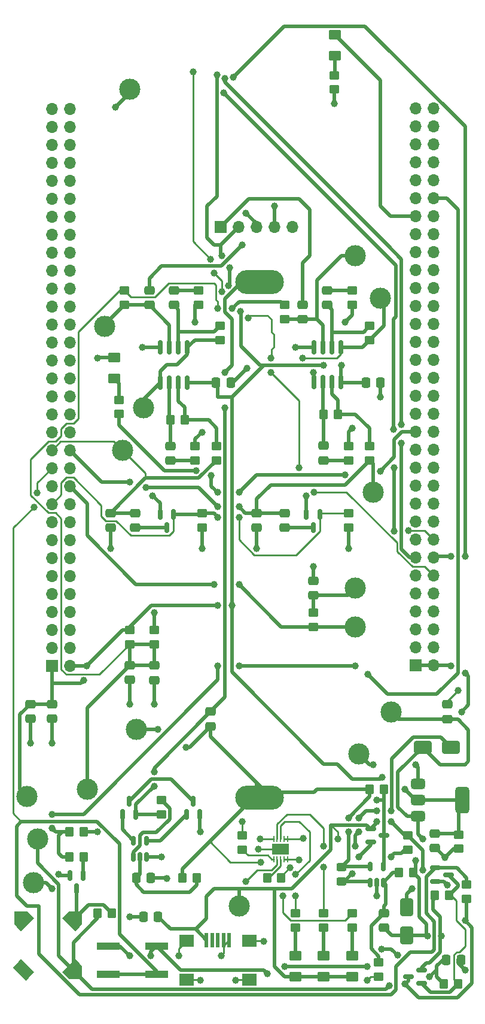
<source format=gbr>
%TF.GenerationSoftware,KiCad,Pcbnew,9.0.0*%
%TF.CreationDate,2025-03-31T13:52:19+02:00*%
%TF.ProjectId,HW_roggeluc_linortho,48575f72-6f67-4676-956c-75635f6c696e,rev?*%
%TF.SameCoordinates,Original*%
%TF.FileFunction,Copper,L1,Top*%
%TF.FilePolarity,Positive*%
%FSLAX46Y46*%
G04 Gerber Fmt 4.6, Leading zero omitted, Abs format (unit mm)*
G04 Created by KiCad (PCBNEW 9.0.0) date 2025-03-31 13:52:19*
%MOMM*%
%LPD*%
G01*
G04 APERTURE LIST*
G04 Aperture macros list*
%AMRoundRect*
0 Rectangle with rounded corners*
0 $1 Rounding radius*
0 $2 $3 $4 $5 $6 $7 $8 $9 X,Y pos of 4 corners*
0 Add a 4 corners polygon primitive as box body*
4,1,4,$2,$3,$4,$5,$6,$7,$8,$9,$2,$3,0*
0 Add four circle primitives for the rounded corners*
1,1,$1+$1,$2,$3*
1,1,$1+$1,$4,$5*
1,1,$1+$1,$6,$7*
1,1,$1+$1,$8,$9*
0 Add four rect primitives between the rounded corners*
20,1,$1+$1,$2,$3,$4,$5,0*
20,1,$1+$1,$4,$5,$6,$7,0*
20,1,$1+$1,$6,$7,$8,$9,0*
20,1,$1+$1,$8,$9,$2,$3,0*%
%AMFreePoly0*
4,1,16,-0.244481,1.644190,-0.244384,1.644096,1.594096,-0.194384,1.595560,-0.197920,1.594190,-0.201359,0.692110,-1.153439,0.688615,-1.154998,0.688480,-1.155000,-1.150000,-1.155000,-1.153536,-1.153536,-1.155000,-1.150000,-1.155000,0.688480,-1.153630,0.691919,-0.251550,1.643999,-0.248055,1.645558,-0.244481,1.644190,-0.244481,1.644190,$1*%
%AMFreePoly1*
4,1,16,0.251456,1.644096,0.251550,1.643999,1.153630,0.691919,1.155000,0.688480,1.155000,-1.150000,1.153536,-1.153536,1.150000,-1.155000,-0.688480,-1.155000,-0.692016,-1.153536,-0.692110,-1.153439,-1.594190,-0.201359,-1.595558,-0.197785,-1.594096,-0.194384,0.244384,1.644096,0.247920,1.645560,0.251456,1.644096,0.251456,1.644096,$1*%
%AMFreePoly2*
4,1,15,-0.285094,1.603679,-0.284944,1.603536,1.553536,-0.234944,1.555000,-0.238480,1.553679,-0.241866,0.401599,-1.493946,0.398128,-1.495556,0.394534,-1.494239,0.394384,-1.494096,-1.444096,0.344384,-1.445560,0.347920,-1.444239,0.351306,-0.292159,1.603386,-0.288688,1.604996,-0.285094,1.603679,-0.285094,1.603679,$1*%
%AMFreePoly3*
4,1,16,0.692016,1.153536,0.692110,1.153439,1.594190,0.201359,1.595558,0.197785,1.594096,0.194384,-0.244384,-1.644096,-0.247920,-1.645560,-0.251456,-1.644096,-0.251550,-1.643999,-1.153630,-0.691919,-1.155000,-0.688480,-1.155000,1.150000,-1.153536,1.153536,-1.150000,1.155000,0.688480,1.155000,0.692016,1.153536,0.692016,1.153536,$1*%
G04 Aperture macros list end*
%TA.AperFunction,SMDPad,CuDef*%
%ADD10RoundRect,0.250000X-0.475000X0.337500X-0.475000X-0.337500X0.475000X-0.337500X0.475000X0.337500X0*%
%TD*%
%TA.AperFunction,SMDPad,CuDef*%
%ADD11RoundRect,0.250000X0.650000X-1.000000X0.650000X1.000000X-0.650000X1.000000X-0.650000X-1.000000X0*%
%TD*%
%TA.AperFunction,SMDPad,CuDef*%
%ADD12R,3.200000X1.000000*%
%TD*%
%TA.AperFunction,ComponentPad*%
%ADD13C,3.000000*%
%TD*%
%TA.AperFunction,SMDPad,CuDef*%
%ADD14RoundRect,0.150000X-0.587500X-0.150000X0.587500X-0.150000X0.587500X0.150000X-0.587500X0.150000X0*%
%TD*%
%TA.AperFunction,SMDPad,CuDef*%
%ADD15RoundRect,0.250000X-0.450000X0.325000X-0.450000X-0.325000X0.450000X-0.325000X0.450000X0.325000X0*%
%TD*%
%TA.AperFunction,SMDPad,CuDef*%
%ADD16RoundRect,0.250000X-1.000000X-0.650000X1.000000X-0.650000X1.000000X0.650000X-1.000000X0.650000X0*%
%TD*%
%TA.AperFunction,SMDPad,CuDef*%
%ADD17RoundRect,0.250000X0.450000X-0.350000X0.450000X0.350000X-0.450000X0.350000X-0.450000X-0.350000X0*%
%TD*%
%TA.AperFunction,SMDPad,CuDef*%
%ADD18RoundRect,0.250000X-0.450000X0.350000X-0.450000X-0.350000X0.450000X-0.350000X0.450000X0.350000X0*%
%TD*%
%TA.AperFunction,SMDPad,CuDef*%
%ADD19RoundRect,0.250000X-0.350000X-0.450000X0.350000X-0.450000X0.350000X0.450000X-0.350000X0.450000X0*%
%TD*%
%TA.AperFunction,SMDPad,CuDef*%
%ADD20RoundRect,0.250000X0.350000X0.450000X-0.350000X0.450000X-0.350000X-0.450000X0.350000X-0.450000X0*%
%TD*%
%TA.AperFunction,SMDPad,CuDef*%
%ADD21FreePoly0,180.000000*%
%TD*%
%TA.AperFunction,SMDPad,CuDef*%
%ADD22FreePoly1,180.000000*%
%TD*%
%TA.AperFunction,SMDPad,CuDef*%
%ADD23FreePoly2,180.000000*%
%TD*%
%TA.AperFunction,SMDPad,CuDef*%
%ADD24FreePoly3,180.000000*%
%TD*%
%TA.AperFunction,SMDPad,CuDef*%
%ADD25RoundRect,0.250001X0.624999X-0.462499X0.624999X0.462499X-0.624999X0.462499X-0.624999X-0.462499X0*%
%TD*%
%TA.AperFunction,SMDPad,CuDef*%
%ADD26RoundRect,0.250000X-0.337500X-0.475000X0.337500X-0.475000X0.337500X0.475000X-0.337500X0.475000X0*%
%TD*%
%TA.AperFunction,SMDPad,CuDef*%
%ADD27RoundRect,0.250000X0.475000X-0.337500X0.475000X0.337500X-0.475000X0.337500X-0.475000X-0.337500X0*%
%TD*%
%TA.AperFunction,SMDPad,CuDef*%
%ADD28RoundRect,0.150000X0.587500X0.150000X-0.587500X0.150000X-0.587500X-0.150000X0.587500X-0.150000X0*%
%TD*%
%TA.AperFunction,SMDPad,CuDef*%
%ADD29RoundRect,0.150000X-0.150000X0.825000X-0.150000X-0.825000X0.150000X-0.825000X0.150000X0.825000X0*%
%TD*%
%TA.AperFunction,SMDPad,CuDef*%
%ADD30RoundRect,0.150000X0.150000X-0.512500X0.150000X0.512500X-0.150000X0.512500X-0.150000X-0.512500X0*%
%TD*%
%TA.AperFunction,SMDPad,CuDef*%
%ADD31RoundRect,0.250001X-0.624999X0.462499X-0.624999X-0.462499X0.624999X-0.462499X0.624999X0.462499X0*%
%TD*%
%TA.AperFunction,SMDPad,CuDef*%
%ADD32RoundRect,0.062500X-0.062500X0.350000X-0.062500X-0.350000X0.062500X-0.350000X0.062500X0.350000X0*%
%TD*%
%TA.AperFunction,HeatsinkPad*%
%ADD33R,2.350000X1.580000*%
%TD*%
%TA.AperFunction,SMDPad,CuDef*%
%ADD34RoundRect,0.150000X0.150000X-0.587500X0.150000X0.587500X-0.150000X0.587500X-0.150000X-0.587500X0*%
%TD*%
%TA.AperFunction,SMDPad,CuDef*%
%ADD35R,0.500000X2.000000*%
%TD*%
%TA.AperFunction,SMDPad,CuDef*%
%ADD36R,2.000000X1.700000*%
%TD*%
%TA.AperFunction,SMDPad,CuDef*%
%ADD37RoundRect,0.250000X0.337500X0.475000X-0.337500X0.475000X-0.337500X-0.475000X0.337500X-0.475000X0*%
%TD*%
%TA.AperFunction,ComponentPad*%
%ADD38R,1.700000X1.700000*%
%TD*%
%TA.AperFunction,ComponentPad*%
%ADD39O,1.700000X1.700000*%
%TD*%
%TA.AperFunction,SMDPad,CuDef*%
%ADD40RoundRect,0.150000X-0.150000X0.587500X-0.150000X-0.587500X0.150000X-0.587500X0.150000X0.587500X0*%
%TD*%
%TA.AperFunction,SMDPad,CuDef*%
%ADD41RoundRect,0.375000X-0.625000X-0.375000X0.625000X-0.375000X0.625000X0.375000X-0.625000X0.375000X0*%
%TD*%
%TA.AperFunction,SMDPad,CuDef*%
%ADD42RoundRect,0.500000X-0.500000X-1.400000X0.500000X-1.400000X0.500000X1.400000X-0.500000X1.400000X0*%
%TD*%
%TA.AperFunction,ComponentPad*%
%ADD43O,6.880000X3.440000*%
%TD*%
%TA.AperFunction,ViaPad*%
%ADD44C,1.000000*%
%TD*%
%TA.AperFunction,Conductor*%
%ADD45C,0.500000*%
%TD*%
%TA.AperFunction,Conductor*%
%ADD46C,0.250000*%
%TD*%
G04 APERTURE END LIST*
D10*
%TO.P,C28,2*%
%TO.N,Net-(Q10-S)*%
X93500000Y-157037500D03*
%TO.P,C28,1*%
%TO.N,Net-(U1-FB)*%
X93500000Y-154962500D03*
%TD*%
D11*
%TO.P,SD3,1,K*%
%TO.N,Net-(Q10-S)*%
X96726521Y-158119870D03*
%TO.P,SD3,2,A*%
%TO.N,5V*%
X96726521Y-154119870D03*
%TD*%
D12*
%TO.P,SW1,1,C*%
%TO.N,Net-(SW1A-C)*%
X54525783Y-159607805D03*
X61325783Y-159607805D03*
%TO.P,SW1,2,D*%
%TO.N,PA6*%
X54525783Y-163607805D03*
X61325783Y-163607805D03*
%TD*%
D13*
%TO.P,TP20,1,1*%
%TO.N,Net-(Q6-D)*%
X90000000Y-132500000D03*
%TD*%
D10*
%TO.P,C29,1*%
%TO.N,GND*%
X102500000Y-125462500D03*
%TO.P,C29,2*%
%TO.N,Net-(Q10-S)*%
X102500000Y-127537500D03*
%TD*%
D14*
%TO.P,Q6,1,G*%
%TO.N,5V*%
X91625000Y-143050000D03*
%TO.P,Q6,2,S*%
%TO.N,GND*%
X91625000Y-144950000D03*
%TO.P,Q6,3,D*%
%TO.N,Net-(Q6-D)*%
X93500000Y-144000000D03*
%TD*%
D15*
%TO.P,L1,1,1*%
%TO.N,Net-(U1-VIN)*%
X87500000Y-148475000D03*
%TO.P,L1,2,2*%
%TO.N,Net-(SD2-A)*%
X87500000Y-150525000D03*
%TD*%
D16*
%TO.P,SD2,1,K*%
%TO.N,Net-(Q10-S)*%
X99000000Y-131500000D03*
%TO.P,SD2,2,A*%
%TO.N,Net-(SD2-A)*%
X103000000Y-131500000D03*
%TD*%
D17*
%TO.P,R49,1*%
%TO.N,GND*%
X96903754Y-145994094D03*
%TO.P,R49,2*%
%TO.N,5V*%
X96903754Y-143994094D03*
%TD*%
D18*
%TO.P,R46,1*%
%TO.N,Net-(U1-FB)*%
X92797663Y-161943457D03*
%TO.P,R46,2*%
%TO.N,GND*%
X92797663Y-163943457D03*
%TD*%
D19*
%TO.P,R43,1*%
%TO.N,Net-(U1-FB)*%
X95671575Y-149255034D03*
%TO.P,R43,2*%
%TO.N,Net-(Q10-S)*%
X97671575Y-149255034D03*
%TD*%
D20*
%TO.P,R47,1*%
%TO.N,Net-(Q6-D)*%
X93500000Y-137500000D03*
%TO.P,R47,2*%
%TO.N,Net-(U1-VIN)*%
X91500000Y-137500000D03*
%TD*%
D13*
%TO.P,TP19,1,1*%
%TO.N,+3.3V*%
X43000000Y-138500000D03*
%TD*%
%TO.P,TP18,1,1*%
%TO.N,Net-(Q10-S)*%
X94500000Y-126500000D03*
%TD*%
%TO.P,TP17,1,1*%
%TO.N,5V*%
X73000000Y-154000000D03*
%TD*%
%TO.P,TP16,1,1*%
%TO.N,Net-(U1-VIN)*%
X58500000Y-129000000D03*
%TD*%
%TO.P,TP14,1,1*%
%TO.N,+5V*%
X44500000Y-144500000D03*
%TD*%
D18*
%TO.P,R55,1*%
%TO.N,Net-(CHARGE2-K)*%
X86500000Y-36500000D03*
%TO.P,R55,2*%
%TO.N,GND*%
X86500000Y-38500000D03*
%TD*%
%TO.P,R54,1*%
%TO.N,PA6*%
X105247602Y-150936551D03*
%TO.P,R54,2*%
%TO.N,+5V*%
X105247602Y-152936551D03*
%TD*%
D20*
%TO.P,R53,1*%
%TO.N,Net-(Q10-G)*%
X102722369Y-152425129D03*
%TO.P,R53,2*%
%TO.N,Net-(Q10-S)*%
X100722369Y-152425129D03*
%TD*%
D19*
%TO.P,R52,1*%
%TO.N,Net-(SW1A-C)*%
X102000000Y-165000000D03*
%TO.P,R52,2*%
%TO.N,Net-(Q10-G)*%
X104000000Y-165000000D03*
%TD*%
%TO.P,R16,1*%
%TO.N,PA8*%
X49000000Y-147000000D03*
%TO.P,R16,2*%
%TO.N,Net-(Q1-G)*%
X51000000Y-147000000D03*
%TD*%
D14*
%TO.P,Q7,1,G*%
%TO.N,PA6*%
X100764239Y-148577171D03*
%TO.P,Q7,2,S*%
%TO.N,GND*%
X100764239Y-150477171D03*
%TO.P,Q7,3,D*%
%TO.N,Net-(Q10-G)*%
X102639239Y-149527171D03*
%TD*%
D21*
%TO.P,LS1,N*%
%TO.N,Net-(Q1-D)*%
X49600000Y-155900000D03*
D22*
%TO.P,LS1,4*%
%TO.N,N/C*%
X42400000Y-155900000D03*
D23*
%TO.P,LS1,2*%
X42550000Y-162950000D03*
D24*
%TO.P,LS1,P*%
%TO.N,+5V*%
X49600000Y-163100000D03*
%TD*%
D25*
%TO.P,CHARGE2,1,K*%
%TO.N,Net-(CHARGE2-K)*%
X86574749Y-33757493D03*
%TO.P,CHARGE2,2,A*%
%TO.N,LED_ON*%
X86574749Y-30782493D03*
%TD*%
D26*
%TO.P,C31,1*%
%TO.N,Net-(SW1A-C)*%
X102351735Y-161550839D03*
%TO.P,C31,2*%
%TO.N,GND*%
X104426735Y-161550839D03*
%TD*%
D27*
%TO.P,C21,1*%
%TO.N,Net-(Q2-D)*%
X58297500Y-100493750D03*
%TO.P,C21,2*%
%TO.N,PC4*%
X58297500Y-98418750D03*
%TD*%
D17*
%TO.P,R36,1*%
%TO.N,Net-(C18-Pad1)*%
X88500000Y-90975000D03*
%TO.P,R36,2*%
%TO.N,GND*%
X88500000Y-88975000D03*
%TD*%
D13*
%TO.P,TP7,1,1*%
%TO.N,PC5*%
X92000000Y-95500000D03*
%TD*%
D28*
%TO.P,Q10,1,G*%
%TO.N,Net-(Q10-G)*%
X98849742Y-164904241D03*
%TO.P,Q10,2,S*%
%TO.N,Net-(Q10-S)*%
X98849742Y-163004241D03*
%TO.P,Q10,3,D*%
%TO.N,+5V*%
X96974742Y-163954241D03*
%TD*%
D27*
%TO.P,C19,1*%
%TO.N,GND*%
X75500000Y-100475000D03*
%TO.P,C19,2*%
%TO.N,PC5*%
X75500000Y-98400000D03*
%TD*%
D10*
%TO.P,C27,1*%
%TO.N,+3.3V*%
X46500000Y-125406250D03*
%TO.P,C27,2*%
%TO.N,GND*%
X46500000Y-127481250D03*
%TD*%
D17*
%TO.P,R45,1*%
%TO.N,Net-(Q5-S)*%
X62000000Y-141000000D03*
%TO.P,R45,2*%
%TO.N,Net-(U3-VM)*%
X62000000Y-139000000D03*
%TD*%
D18*
%TO.P,R29,1*%
%TO.N,Net-(C14-Pad1)*%
X67297500Y-66956250D03*
%TO.P,R29,2*%
%TO.N,GND*%
X67297500Y-68956250D03*
%TD*%
D13*
%TO.P,TP13,1,1*%
%TO.N,PA5*%
X89500000Y-114500000D03*
%TD*%
D20*
%TO.P,R35,1*%
%TO.N,Net-(R35-Pad1)*%
X87000000Y-84437500D03*
%TO.P,R35,2*%
%TO.N,Net-(U8B--)*%
X85000000Y-84437500D03*
%TD*%
D26*
%TO.P,C13,1*%
%TO.N,+3.3V*%
X90962500Y-79937500D03*
%TO.P,C13,2*%
%TO.N,GND*%
X93037500Y-79937500D03*
%TD*%
D18*
%TO.P,R26,1*%
%TO.N,+1V65*%
X56797500Y-66956250D03*
%TO.P,R26,2*%
%TO.N,Net-(U7A-+)*%
X56797500Y-68956250D03*
%TD*%
D13*
%TO.P,TP12,1,1*%
%TO.N,fmcw_sig*%
X89500000Y-109000000D03*
%TD*%
D29*
%TO.P,U8,1*%
%TO.N,Net-(U8B-+)*%
X87405000Y-74962500D03*
%TO.P,U8,2,-*%
%TO.N,Net-(U8A--)*%
X86135000Y-74962500D03*
%TO.P,U8,3,+*%
%TO.N,Net-(U8A-+)*%
X84865000Y-74962500D03*
%TO.P,U8,4,V-*%
%TO.N,GND*%
X83595000Y-74962500D03*
%TO.P,U8,5,+*%
%TO.N,Net-(U8B-+)*%
X83595000Y-79912500D03*
%TO.P,U8,6,-*%
%TO.N,Net-(U8B--)*%
X84865000Y-79912500D03*
%TO.P,U8,7*%
%TO.N,Net-(R35-Pad1)*%
X86135000Y-79912500D03*
%TO.P,U8,8,V+*%
%TO.N,+3.3V*%
X87405000Y-79912500D03*
%TD*%
D27*
%TO.P,C15,1*%
%TO.N,Net-(C15-Pad1)*%
X63297500Y-90993750D03*
%TO.P,C15,2*%
%TO.N,Net-(U7B--)*%
X63297500Y-88918750D03*
%TD*%
D17*
%TO.P,R31,1*%
%TO.N,Net-(C15-Pad1)*%
X66797500Y-90956250D03*
%TO.P,R31,2*%
%TO.N,GND*%
X66797500Y-88956250D03*
%TD*%
D30*
%TO.P,U1,1,SW*%
%TO.N,Net-(SD2-A)*%
X91550000Y-150637500D03*
%TO.P,U1,2,GND*%
%TO.N,GND*%
X92500000Y-150637500D03*
%TO.P,U1,3,FB*%
%TO.N,Net-(U1-FB)*%
X93450000Y-150637500D03*
%TO.P,U1,4,EN*%
%TO.N,Net-(Q6-D)*%
X93450000Y-148362500D03*
%TO.P,U1,5,VIN*%
%TO.N,Net-(U1-VIN)*%
X91550000Y-148362500D03*
%TD*%
D18*
%TO.P,R40,1*%
%TO.N,PA2*%
X88500000Y-98437500D03*
%TO.P,R40,2*%
%TO.N,GND*%
X88500000Y-100437500D03*
%TD*%
D27*
%TO.P,C22,1*%
%TO.N,Net-(Q3-D)*%
X79500000Y-100475000D03*
%TO.P,C22,2*%
%TO.N,PC5*%
X79500000Y-98400000D03*
%TD*%
D30*
%TO.P,U3,1,VM*%
%TO.N,Net-(U3-VM)*%
X58050000Y-147000000D03*
%TO.P,U3,2,VDD*%
%TO.N,Net-(U3-VDD)*%
X59000000Y-147000000D03*
%TO.P,U3,3,VSS*%
%TO.N,GND*%
X59950000Y-147000000D03*
%TO.P,U3,4,DO*%
%TO.N,Net-(Q4-G)*%
X59950000Y-144725000D03*
%TO.P,U3,5,CO*%
%TO.N,Net-(Q5-G)*%
X58050000Y-144725000D03*
%TD*%
D13*
%TO.P,TP1,1,1*%
%TO.N,GND*%
X57500000Y-38500000D03*
%TD*%
%TO.P,TP6,1,1*%
%TO.N,PC4*%
X56500000Y-89500000D03*
%TD*%
D31*
%TO.P,PWR1,1,K*%
%TO.N,Net-(PWR1-K)*%
X89000000Y-161000000D03*
%TO.P,PWR1,2,A*%
%TO.N,5V*%
X89000000Y-163975000D03*
%TD*%
D18*
%TO.P,R37,1*%
%TO.N,Net-(R35-Pad1)*%
X91500000Y-88937500D03*
%TO.P,R37,2*%
%TO.N,PC5*%
X91500000Y-90937500D03*
%TD*%
D17*
%TO.P,R42,1*%
%TO.N,Net-(FULL1-K)*%
X81000000Y-156987500D03*
%TO.P,R42,2*%
%TO.N,Net-(U2-STAT1)*%
X81000000Y-154987500D03*
%TD*%
D13*
%TO.P,TP9,1,1*%
%TO.N,Net-(U7B-+)*%
X59500000Y-83500000D03*
%TD*%
D18*
%TO.P,R27,1*%
%TO.N,Net-(R27-Pad1)*%
X69797500Y-88956250D03*
%TO.P,R27,2*%
%TO.N,PC4*%
X69797500Y-90956250D03*
%TD*%
D10*
%TO.P,C17,1*%
%TO.N,IF_Q*%
X82000000Y-68925000D03*
%TO.P,C17,2*%
%TO.N,Net-(U8A-+)*%
X82000000Y-71000000D03*
%TD*%
D18*
%TO.P,R48,1*%
%TO.N,+3.3V*%
X104097857Y-143865855D03*
%TO.P,R48,2*%
%TO.N,GND*%
X104097857Y-145865855D03*
%TD*%
D20*
%TO.P,R30,1*%
%TO.N,Net-(R27-Pad1)*%
X65305740Y-85256012D03*
%TO.P,R30,2*%
%TO.N,Net-(U7B--)*%
X63305740Y-85256012D03*
%TD*%
D27*
%TO.P,C18,1*%
%TO.N,Net-(C18-Pad1)*%
X85000000Y-90975000D03*
%TO.P,C18,2*%
%TO.N,Net-(U8B--)*%
X85000000Y-88900000D03*
%TD*%
D32*
%TO.P,U2,1,V_{DD}*%
%TO.N,5V*%
X79910000Y-144457500D03*
%TO.P,U2,2,V_{DD}*%
X79410000Y-144457500D03*
%TO.P,U2,3,STAT1*%
%TO.N,Net-(U2-STAT1)*%
X78910000Y-144457500D03*
%TO.P,U2,4,STAT2*%
%TO.N,Net-(U2-STAT2)*%
X78410000Y-144457500D03*
%TO.P,U2,5,V_{SS}*%
%TO.N,GND*%
X77910000Y-144457500D03*
%TO.P,U2,6,PROG*%
%TO.N,Net-(U2-PROG)*%
X77910000Y-147332500D03*
%TO.P,U2,7,~{PG}*%
%TO.N,Net-(U2-~{PG})*%
X78410000Y-147332500D03*
%TO.P,U2,8,THERM*%
%TO.N,Net-(U2-THERM)*%
X78910000Y-147332500D03*
%TO.P,U2,9,V_{BAT}*%
%TO.N,Net-(U1-VIN)*%
X79410000Y-147332500D03*
%TO.P,U2,10,V_{BAT}*%
X79910000Y-147332500D03*
D33*
%TO.P,U2,11,EP*%
%TO.N,GND*%
X78910000Y-145895000D03*
%TD*%
D10*
%TO.P,C11,1*%
%TO.N,IF_I*%
X60297500Y-66918750D03*
%TO.P,C11,2*%
%TO.N,Net-(U7A-+)*%
X60297500Y-68993750D03*
%TD*%
D34*
%TO.P,Q5,1,G*%
%TO.N,Net-(Q5-G)*%
X56500000Y-141000000D03*
%TO.P,Q5,2,S*%
%TO.N,Net-(Q5-S)*%
X58400000Y-141000000D03*
%TO.P,Q5,3,D*%
%TO.N,Net-(Q4-D)*%
X57450000Y-139125000D03*
%TD*%
D13*
%TO.P,TP10,1,1*%
%TO.N,Net-(U7A-+)*%
X54000000Y-72000000D03*
%TD*%
D10*
%TO.P,C14,1*%
%TO.N,Net-(C14-Pad1)*%
X63797500Y-66918750D03*
%TO.P,C14,2*%
%TO.N,Net-(U7A--)*%
X63797500Y-68993750D03*
%TD*%
D27*
%TO.P,C12,1*%
%TO.N,GND*%
X54797500Y-100493750D03*
%TO.P,C12,2*%
%TO.N,PC4*%
X54797500Y-98418750D03*
%TD*%
D18*
%TO.P,R19,1*%
%TO.N,GND*%
X61000000Y-114943750D03*
%TO.P,R19,2*%
%TO.N,+1V65*%
X61000000Y-116943750D03*
%TD*%
D35*
%TO.P,J2,1,VBUS*%
%TO.N,5V*%
X68400000Y-158800000D03*
%TO.P,J2,2,D-*%
%TO.N,unconnected-(J2-D--Pad2)*%
X69200000Y-158800000D03*
%TO.P,J2,3,D+*%
%TO.N,unconnected-(J2-D+-Pad3)*%
X70000000Y-158800000D03*
%TO.P,J2,4,ID*%
%TO.N,GND*%
X70800000Y-158800000D03*
%TO.P,J2,5,GND*%
X71600000Y-158800000D03*
D36*
%TO.P,J2,6,Shield*%
X65550000Y-158900000D03*
X65550000Y-164350000D03*
X74450000Y-158900000D03*
X74450000Y-164350000D03*
%TD*%
D13*
%TO.P,TP2,1,1*%
%TO.N,GND*%
X43922370Y-150667723D03*
%TD*%
D31*
%TO.P,LED3,1,K*%
%TO.N,GND*%
X55300000Y-76412500D03*
%TO.P,LED3,2,A*%
%TO.N,Net-(LED3-A)*%
X55300000Y-79387500D03*
%TD*%
D17*
%TO.P,R21,1*%
%TO.N,Net-(PWR1-K)*%
X89000000Y-156987500D03*
%TO.P,R21,2*%
%TO.N,Net-(U2-~{PG})*%
X89000000Y-154987500D03*
%TD*%
D10*
%TO.P,C23,1*%
%TO.N,+1V65*%
X57500000Y-119906250D03*
%TO.P,C23,2*%
%TO.N,GND*%
X57500000Y-121981250D03*
%TD*%
D37*
%TO.P,C30,1*%
%TO.N,GND*%
X60537500Y-150000000D03*
%TO.P,C30,2*%
%TO.N,Net-(U3-VDD)*%
X58462500Y-150000000D03*
%TD*%
D38*
%TO.P,P3,1,Pin_a1*%
%TO.N,+5V*%
X98000000Y-119943750D03*
D39*
%TO.P,P3,2,Pin_b1*%
X100540000Y-119943750D03*
%TO.P,P3,3,Pin_a2*%
%TO.N,PF5*%
X98000000Y-117403750D03*
%TO.P,P3,4,Pin_b2*%
%TO.N,PF4*%
X100540000Y-117403750D03*
%TO.P,P3,5,Pin_a3*%
%TO.N,PF3*%
X98000000Y-114863750D03*
%TO.P,P3,6,Pin_b3*%
%TO.N,PF2*%
X100540000Y-114863750D03*
%TO.P,P3,7,Pin_a4*%
%TO.N,PF1*%
X98000000Y-112323750D03*
%TO.P,P3,8,Pin_b4*%
%TO.N,PF0*%
X100540000Y-112323750D03*
%TO.P,P3,9,Pin_a5*%
%TO.N,PC15*%
X98000000Y-109783750D03*
%TO.P,P3,10,Pin_b5*%
%TO.N,PC14*%
X100540000Y-109783750D03*
%TO.P,P3,11,Pin_a6*%
%TO.N,PC13*%
X98000000Y-107243750D03*
%TO.P,P3,12,Pin_b6*%
%TO.N,PE6*%
X100540000Y-107243750D03*
%TO.P,P3,13,Pin_a7*%
%TO.N,PE5*%
X98000000Y-104703750D03*
%TO.P,P3,14,Pin_b7*%
%TO.N,PE4*%
X100540000Y-104703750D03*
%TO.P,P3,15,Pin_a8*%
%TO.N,PE3*%
X98000000Y-102163750D03*
%TO.P,P3,16,Pin_b8*%
%TO.N,PE2*%
X100540000Y-102163750D03*
%TO.P,P3,17,Pin_a9*%
%TO.N,PE1*%
X98000000Y-99623750D03*
%TO.P,P3,18,Pin_b9*%
%TO.N,PE0*%
X100540000Y-99623750D03*
%TO.P,P3,19,Pin_a10*%
%TO.N,PB9*%
X98000000Y-97083750D03*
%TO.P,P3,20,Pin_b10*%
%TO.N,PB8*%
X100540000Y-97083750D03*
%TO.P,P3,21,Pin_a11*%
%TO.N,VDD*%
X98000000Y-94543750D03*
%TO.P,P3,22,Pin_b11*%
%TO.N,BOOT0*%
X100540000Y-94543750D03*
%TO.P,P3,23,Pin_a12*%
%TO.N,PB7*%
X98000000Y-92003750D03*
%TO.P,P3,24,Pin_b12*%
%TO.N,PB6*%
X100540000Y-92003750D03*
%TO.P,P3,25,Pin_a13*%
%TO.N,PB5*%
X98000000Y-89463750D03*
%TO.P,P3,26,Pin_b13*%
%TO.N,PB4*%
X100540000Y-89463750D03*
%TO.P,P3,27,Pin_a14*%
%TO.N,Enable*%
X98000000Y-86923750D03*
%TO.P,P3,28,Pin_b14*%
%TO.N,PG15*%
X100540000Y-86923750D03*
%TO.P,P3,29,Pin_a15*%
%TO.N,PG14*%
X98000000Y-84383750D03*
%TO.P,P3,30,Pin_b15*%
%TO.N,PG13*%
X100540000Y-84383750D03*
%TO.P,P3,31,Pin_a16*%
%TO.N,PG12*%
X98000000Y-81843750D03*
%TO.P,P3,32,Pin_b16*%
%TO.N,PG11*%
X100540000Y-81843750D03*
%TO.P,P3,33,Pin_a17*%
%TO.N,PG10*%
X98000000Y-79303750D03*
%TO.P,P3,34,Pin_b17*%
%TO.N,PG9*%
X100540000Y-79303750D03*
%TO.P,P3,35,Pin_a18*%
%TO.N,PD6*%
X98000000Y-76763750D03*
%TO.P,P3,36,Pin_b18*%
%TO.N,PD7*%
X100540000Y-76763750D03*
%TO.P,P3,37,Pin_a19*%
%TO.N,PD4*%
X98000000Y-74223750D03*
%TO.P,P3,38,Pin_b19*%
%TO.N,PD5*%
X100540000Y-74223750D03*
%TO.P,P3,39,Pin_a20*%
%TO.N,PD2*%
X98000000Y-71683750D03*
%TO.P,P3,40,Pin_b20*%
%TO.N,PD3*%
X100540000Y-71683750D03*
%TO.P,P3,41,Pin_a21*%
%TO.N,PD0*%
X98000000Y-69143750D03*
%TO.P,P3,42,Pin_b21*%
%TO.N,PD1*%
X100540000Y-69143750D03*
%TO.P,P3,43,Pin_a22*%
%TO.N,PC11*%
X98000000Y-66603750D03*
%TO.P,P3,44,Pin_b22*%
%TO.N,PC12*%
X100540000Y-66603750D03*
%TO.P,P3,45,Pin_a23*%
%TO.N,PA15*%
X98000000Y-64063750D03*
%TO.P,P3,46,Pin_b23*%
%TO.N,PC10*%
X100540000Y-64063750D03*
%TO.P,P3,47,Pin_a24*%
%TO.N,PA13*%
X98000000Y-61523750D03*
%TO.P,P3,48,Pin_b24*%
%TO.N,PA14*%
X100540000Y-61523750D03*
%TO.P,P3,49,Pin_a25*%
%TO.N,PA11*%
X98000000Y-58983750D03*
%TO.P,P3,50,Pin_b25*%
%TO.N,PA12*%
X100540000Y-58983750D03*
%TO.P,P3,51,Pin_a26*%
%TO.N,LED_ON*%
X98000000Y-56443750D03*
%TO.P,P3,52,Pin_b26*%
%TO.N,PA10*%
X100540000Y-56443750D03*
%TO.P,P3,53,Pin_a27*%
%TO.N,PC9*%
X98000000Y-53903750D03*
%TO.P,P3,54,Pin_b27*%
%TO.N,PA8*%
X100540000Y-53903750D03*
%TO.P,P3,55,Pin_a28*%
%TO.N,PC7*%
X98000000Y-51363750D03*
%TO.P,P3,56,Pin_b28*%
%TO.N,PC8*%
X100540000Y-51363750D03*
%TO.P,P3,57,Pin_a29*%
%TO.N,PG8*%
X98000000Y-48823750D03*
%TO.P,P3,58,Pin_b29*%
%TO.N,PC6*%
X100540000Y-48823750D03*
%TO.P,P3,59,Pin_a30*%
%TO.N,PG6*%
X98000000Y-46283750D03*
%TO.P,P3,60,Pin_b30*%
%TO.N,PG7*%
X100540000Y-46283750D03*
%TO.P,P3,61,Pin_a31*%
%TO.N,PG4*%
X98000000Y-43743750D03*
%TO.P,P3,62,Pin_b31*%
%TO.N,PG5*%
X100540000Y-43743750D03*
%TO.P,P3,63,Pin_a32*%
%TO.N,GND*%
X98000000Y-41203750D03*
%TO.P,P3,64,Pin_b32*%
X100540000Y-41203750D03*
%TD*%
D17*
%TO.P,R17,1*%
%TO.N,Net-(U2-PROG)*%
X73500000Y-146000000D03*
%TO.P,R17,2*%
%TO.N,GND*%
X73500000Y-144000000D03*
%TD*%
D20*
%TO.P,R44,1*%
%TO.N,Net-(U3-VDD)*%
X67000000Y-150000000D03*
%TO.P,R44,2*%
%TO.N,Net-(U1-VIN)*%
X65000000Y-150000000D03*
%TD*%
D10*
%TO.P,C20,1*%
%TO.N,GND*%
X83500000Y-107962500D03*
%TO.P,C20,2*%
%TO.N,fmcw_sig*%
X83500000Y-110037500D03*
%TD*%
D26*
%TO.P,C10,1*%
%TO.N,+3.3V*%
X69760000Y-79956250D03*
%TO.P,C10,2*%
%TO.N,GND*%
X71835000Y-79956250D03*
%TD*%
D19*
%TO.P,R20,1*%
%TO.N,Net-(U2-THERM)*%
X77000000Y-150000000D03*
%TO.P,R20,2*%
%TO.N,GND*%
X79000000Y-150000000D03*
%TD*%
D13*
%TO.P,TP11,1,1*%
%TO.N,Net-(U8A-+)*%
X89500000Y-62000000D03*
%TD*%
D10*
%TO.P,C24,1*%
%TO.N,+1V65*%
X61000000Y-119943750D03*
%TO.P,C24,2*%
%TO.N,GND*%
X61000000Y-122018750D03*
%TD*%
D18*
%TO.P,R33,1*%
%TO.N,Net-(C16-Pad1)*%
X89000000Y-66937500D03*
%TO.P,R33,2*%
%TO.N,GND*%
X89000000Y-68937500D03*
%TD*%
%TO.P,R34,1*%
%TO.N,+1V65*%
X79500000Y-69000000D03*
%TO.P,R34,2*%
%TO.N,Net-(U8A-+)*%
X79500000Y-71000000D03*
%TD*%
D34*
%TO.P,Q4,1,G*%
%TO.N,Net-(Q4-G)*%
X65550000Y-141000000D03*
%TO.P,Q4,2,S*%
%TO.N,GND*%
X67450000Y-141000000D03*
%TO.P,Q4,3,D*%
%TO.N,Net-(Q4-D)*%
X66500000Y-139125000D03*
%TD*%
D40*
%TO.P,Q2,1,G*%
%TO.N,PA2*%
X63747500Y-98581250D03*
%TO.P,Q2,2,S*%
%TO.N,GND*%
X61847500Y-98581250D03*
%TO.P,Q2,3,D*%
%TO.N,Net-(Q2-D)*%
X62797500Y-100456250D03*
%TD*%
D27*
%TO.P,C26,1*%
%TO.N,Net-(U1-VIN)*%
X69000000Y-128537500D03*
%TO.P,C26,2*%
%TO.N,Net-(Q5-S)*%
X69000000Y-126462500D03*
%TD*%
D10*
%TO.P,C7,1*%
%TO.N,+3.3V*%
X100752560Y-143716487D03*
%TO.P,C7,2*%
%TO.N,GND*%
X100752560Y-145791487D03*
%TD*%
D13*
%TO.P,TP4,1,1*%
%TO.N,+1V65*%
X51500000Y-137443750D03*
%TD*%
D19*
%TO.P,R16,1*%
%TO.N,+5V*%
X53000000Y-155000000D03*
%TO.P,R16,2*%
%TO.N,Net-(Q1-D)*%
X55000000Y-155000000D03*
%TD*%
D13*
%TO.P,TP8,1,1*%
%TO.N,Net-(U8B-+)*%
X93000000Y-68000000D03*
%TD*%
D37*
%TO.P,C25,1*%
%TO.N,5V*%
X61537500Y-155500000D03*
%TO.P,C25,2*%
%TO.N,GND*%
X59462500Y-155500000D03*
%TD*%
D10*
%TO.P,C16,1*%
%TO.N,Net-(C16-Pad1)*%
X85500000Y-66900000D03*
%TO.P,C16,2*%
%TO.N,Net-(U8A--)*%
X85500000Y-68975000D03*
%TD*%
D31*
%TO.P,FULL1,1,K*%
%TO.N,Net-(FULL1-K)*%
X81000000Y-161000000D03*
%TO.P,FULL1,2,A*%
%TO.N,5V*%
X81000000Y-163975000D03*
%TD*%
D40*
%TO.P,Q1,1,G*%
%TO.N,Net-(Q1-G)*%
X50950000Y-149625000D03*
%TO.P,Q1,2,S*%
%TO.N,GND*%
X49050000Y-149625000D03*
%TO.P,Q1,3,D*%
%TO.N,Net-(Q1-D)*%
X50000000Y-151500000D03*
%TD*%
D17*
%TO.P,R38,1*%
%TO.N,PA5*%
X83500000Y-114500000D03*
%TO.P,R38,2*%
%TO.N,fmcw_sig*%
X83500000Y-112500000D03*
%TD*%
D40*
%TO.P,Q3,1,G*%
%TO.N,PA2*%
X84450000Y-98562500D03*
%TO.P,Q3,2,S*%
%TO.N,GND*%
X82550000Y-98562500D03*
%TO.P,Q3,3,D*%
%TO.N,Net-(Q3-D)*%
X83500000Y-100437500D03*
%TD*%
D17*
%TO.P,R28,1*%
%TO.N,Net-(U7B-+)*%
X70297500Y-73956250D03*
%TO.P,R28,2*%
%TO.N,Net-(U7A--)*%
X70297500Y-71956250D03*
%TD*%
D18*
%TO.P,R39,1*%
%TO.N,PA2*%
X67797500Y-98456250D03*
%TO.P,R39,2*%
%TO.N,GND*%
X67797500Y-100456250D03*
%TD*%
D19*
%TO.P,R15,1*%
%TO.N,PA8*%
X49000000Y-143500000D03*
%TO.P,R15,2*%
%TO.N,GND*%
X51000000Y-143500000D03*
%TD*%
D17*
%TO.P,R41,1*%
%TO.N,Net-(CRG1-K)*%
X85000000Y-156987500D03*
%TO.P,R41,2*%
%TO.N,Net-(U2-STAT2)*%
X85000000Y-154987500D03*
%TD*%
%TO.P,R11,1*%
%TO.N,Enable*%
X56000000Y-84400000D03*
%TO.P,R11,2*%
%TO.N,Net-(LED3-A)*%
X56000000Y-82400000D03*
%TD*%
D31*
%TO.P,CRG1,1,K*%
%TO.N,Net-(CRG1-K)*%
X85000000Y-161000000D03*
%TO.P,CRG1,2,A*%
%TO.N,5V*%
X85000000Y-163975000D03*
%TD*%
D41*
%TO.P,U4,1,GND*%
%TO.N,GND*%
X98350000Y-136700000D03*
%TO.P,U4,2,VO*%
%TO.N,+3.3V*%
X98350000Y-139000000D03*
D42*
X104650000Y-139000000D03*
D41*
%TO.P,U4,3,VI*%
%TO.N,Net-(Q10-S)*%
X98350000Y-141300000D03*
%TD*%
D10*
%TO.P,C1,1*%
%TO.N,+3.3V*%
X43500000Y-125406250D03*
%TO.P,C1,2*%
%TO.N,GND*%
X43500000Y-127481250D03*
%TD*%
D29*
%TO.P,U7,1*%
%TO.N,Net-(U7B-+)*%
X65702500Y-74981250D03*
%TO.P,U7,2,-*%
%TO.N,Net-(U7A--)*%
X64432500Y-74981250D03*
%TO.P,U7,3,+*%
%TO.N,Net-(U7A-+)*%
X63162500Y-74981250D03*
%TO.P,U7,4,V-*%
%TO.N,GND*%
X61892500Y-74981250D03*
%TO.P,U7,5,+*%
%TO.N,Net-(U7B-+)*%
X61892500Y-79931250D03*
%TO.P,U7,6,-*%
%TO.N,Net-(U7B--)*%
X63162500Y-79931250D03*
%TO.P,U7,7*%
%TO.N,Net-(R27-Pad1)*%
X64432500Y-79931250D03*
%TO.P,U7,8,V+*%
%TO.N,+3.3V*%
X65702500Y-79931250D03*
%TD*%
D17*
%TO.P,R18,1*%
%TO.N,+1V65*%
X57500000Y-116943750D03*
%TO.P,R18,2*%
%TO.N,+3.3V*%
X57500000Y-114943750D03*
%TD*%
%TO.P,R32,1*%
%TO.N,Net-(U8B-+)*%
X91500000Y-73937500D03*
%TO.P,R32,2*%
%TO.N,Net-(U8A--)*%
X91500000Y-71937500D03*
%TD*%
D38*
%TO.P,P4,1,Pin_a1*%
%TO.N,+3.3V*%
X46500000Y-119983750D03*
D39*
%TO.P,P4,2,Pin_b1*%
X49040000Y-119983750D03*
%TO.P,P4,3,Pin_a2*%
%TO.N,NC*%
X46500000Y-117443750D03*
%TO.P,P4,4,Pin_b2*%
%TO.N,PF6*%
X49040000Y-117443750D03*
%TO.P,P4,5,Pin_a3*%
%TO.N,PF7*%
X46500000Y-114903750D03*
%TO.P,P4,6,Pin_b3*%
%TO.N,PF8*%
X49040000Y-114903750D03*
%TO.P,P4,7,Pin_a4*%
%TO.N,PF9*%
X46500000Y-112363750D03*
%TO.P,P4,8,Pin_b4*%
%TO.N,PF10*%
X49040000Y-112363750D03*
%TO.P,P4,9,Pin_a5*%
%TO.N,PH0*%
X46500000Y-109823750D03*
%TO.P,P4,10,Pin_b5*%
%TO.N,PH1*%
X49040000Y-109823750D03*
%TO.P,P4,11,Pin_a6*%
%TO.N,NRST*%
X46500000Y-107283750D03*
%TO.P,P4,12,Pin_b6*%
%TO.N,GND*%
X49040000Y-107283750D03*
%TO.P,P4,13,Pin_a7*%
%TO.N,PC0*%
X46500000Y-104743750D03*
%TO.P,P4,14,Pin_b7*%
%TO.N,PC1*%
X49040000Y-104743750D03*
%TO.P,P4,15,Pin_a8*%
%TO.N,PC2*%
X46500000Y-102203750D03*
%TO.P,P4,16,Pin_b8*%
%TO.N,PC3*%
X49040000Y-102203750D03*
%TO.P,P4,17,Pin_a9*%
%TO.N,PA0*%
X46500000Y-99663750D03*
%TO.P,P4,18,Pin_b9*%
%TO.N,PA1*%
X49040000Y-99663750D03*
%TO.P,P4,19,Pin_a10*%
%TO.N,PA2*%
X46500000Y-97123750D03*
%TO.P,P4,20,Pin_b10*%
%TO.N,PA3*%
X49040000Y-97123750D03*
%TO.P,P4,21,Pin_a11*%
%TO.N,PA4*%
X46500000Y-94583750D03*
%TO.P,P4,22,Pin_b11*%
%TO.N,PA5*%
X49040000Y-94583750D03*
%TO.P,P4,23,Pin_a12*%
%TO.N,PA6*%
X46500000Y-92043750D03*
%TO.P,P4,24,Pin_b12*%
%TO.N,PA7*%
X49040000Y-92043750D03*
%TO.P,P4,25,Pin_a13*%
%TO.N,PC4*%
X46500000Y-89503750D03*
%TO.P,P4,26,Pin_b13*%
%TO.N,PC5*%
X49040000Y-89503750D03*
%TO.P,P4,27,Pin_a14*%
%TO.N,PB0*%
X46500000Y-86963750D03*
%TO.P,P4,28,Pin_b14*%
%TO.N,PB1*%
X49040000Y-86963750D03*
%TO.P,P4,29,Pin_a15*%
%TO.N,PB2*%
X46500000Y-84423750D03*
%TO.P,P4,30,Pin_b15*%
%TO.N,GND*%
X49040000Y-84423750D03*
%TO.P,P4,31,Pin_a16*%
%TO.N,PF11*%
X46500000Y-81883750D03*
%TO.P,P4,32,Pin_b16*%
%TO.N,PF12*%
X49040000Y-81883750D03*
%TO.P,P4,33,Pin_a17*%
%TO.N,PF13*%
X46500000Y-79343750D03*
%TO.P,P4,34,Pin_b17*%
%TO.N,PF14*%
X49040000Y-79343750D03*
%TO.P,P4,35,Pin_a18*%
%TO.N,PF15*%
X46500000Y-76803750D03*
%TO.P,P4,36,Pin_b18*%
%TO.N,PG0*%
X49040000Y-76803750D03*
%TO.P,P4,37,Pin_a19*%
%TO.N,PG1*%
X46500000Y-74263750D03*
%TO.P,P4,38,Pin_b19*%
%TO.N,PE7*%
X49040000Y-74263750D03*
%TO.P,P4,39,Pin_a20*%
%TO.N,PE8*%
X46500000Y-71723750D03*
%TO.P,P4,40,Pin_b20*%
%TO.N,PE9*%
X49040000Y-71723750D03*
%TO.P,P4,41,Pin_a21*%
%TO.N,PE10*%
X46500000Y-69183750D03*
%TO.P,P4,42,Pin_b21*%
%TO.N,PE11*%
X49040000Y-69183750D03*
%TO.P,P4,43,Pin_a22*%
%TO.N,PE12*%
X46500000Y-66643750D03*
%TO.P,P4,44,Pin_b22*%
%TO.N,PE13*%
X49040000Y-66643750D03*
%TO.P,P4,45,Pin_a23*%
%TO.N,PE14*%
X46500000Y-64103750D03*
%TO.P,P4,46,Pin_b23*%
%TO.N,PE15*%
X49040000Y-64103750D03*
%TO.P,P4,47,Pin_a24*%
%TO.N,PB10*%
X46500000Y-61563750D03*
%TO.P,P4,48,Pin_b24*%
%TO.N,PB11*%
X49040000Y-61563750D03*
%TO.P,P4,49,Pin_a25*%
%TO.N,PB12*%
X46500000Y-59023750D03*
%TO.P,P4,50,Pin_b25*%
%TO.N,PB13*%
X49040000Y-59023750D03*
%TO.P,P4,51,Pin_a26*%
%TO.N,PB14*%
X46500000Y-56483750D03*
%TO.P,P4,52,Pin_b26*%
%TO.N,PB15*%
X49040000Y-56483750D03*
%TO.P,P4,53,Pin_a27*%
%TO.N,PD8*%
X46500000Y-53943750D03*
%TO.P,P4,54,Pin_b27*%
%TO.N,PD9*%
X49040000Y-53943750D03*
%TO.P,P4,55,Pin_a28*%
%TO.N,PD10*%
X46500000Y-51403750D03*
%TO.P,P4,56,Pin_b28*%
%TO.N,PD11*%
X49040000Y-51403750D03*
%TO.P,P4,57,Pin_a29*%
%TO.N,PD12*%
X46500000Y-48863750D03*
%TO.P,P4,58,Pin_b29*%
%TO.N,PD13*%
X49040000Y-48863750D03*
%TO.P,P4,59,Pin_a30*%
%TO.N,PD14*%
X46500000Y-46323750D03*
%TO.P,P4,60,Pin_b30*%
%TO.N,PD15*%
X49040000Y-46323750D03*
%TO.P,P4,61,Pin_a31*%
%TO.N,PG2*%
X46500000Y-43783750D03*
%TO.P,P4,62,Pin_b31*%
%TO.N,PG3*%
X49040000Y-43783750D03*
%TO.P,P4,63,Pin_a32*%
%TO.N,GND*%
X46500000Y-41243750D03*
%TO.P,P4,64,Pin_b32*%
X49040000Y-41243750D03*
%TD*%
D43*
%TO.P,BT1,N*%
%TO.N,Net-(Q5-S)*%
X75875416Y-65758210D03*
%TO.P,BT1,P*%
%TO.N,Net-(U1-VIN)*%
X75875416Y-138658210D03*
%TD*%
D38*
%TO.P,Y4,1,IF_Q*%
%TO.N,IF_Q*%
X70380000Y-58000000D03*
D39*
%TO.P,Y4,2,VCC*%
%TO.N,+3.3V*%
X72920000Y-58000000D03*
%TO.P,Y4,3,IF_I*%
%TO.N,IF_I*%
X75460000Y-58000000D03*
%TO.P,Y4,4,GND*%
%TO.N,GND*%
X78000000Y-58000000D03*
%TO.P,Y4,5,VCO_in*%
%TO.N,unconnected-(Y4-VCO_in-Pad5)*%
X80540000Y-58000000D03*
%TD*%
D44*
%TO.N,+5V*%
X105000288Y-155999712D03*
X104500000Y-126500000D03*
X105000000Y-121000000D03*
X103000000Y-120000000D03*
%TO.N,Net-(Q10-S)*%
X101671158Y-158210931D03*
X99671158Y-158232579D03*
%TO.N,5V*%
X97500000Y-151500000D03*
%TO.N,+3.3V*%
X51460000Y-119983750D03*
X51000000Y-122084750D03*
%TO.N,Net-(SW1A-C)*%
X57500000Y-161000000D03*
X60522606Y-160977394D03*
%TO.N,+3.3V*%
X73195437Y-69865290D03*
X71478335Y-66217451D03*
X71707107Y-63707107D03*
X70542893Y-62042893D03*
%TO.N,Net-(Q5-S)*%
X71000000Y-83500000D03*
X71000000Y-78500000D03*
%TO.N,Net-(Q10-S)*%
X98000000Y-147500000D03*
X99000000Y-144500000D03*
%TO.N,Net-(U1-VIN)*%
X65500000Y-131500000D03*
X61500000Y-129000000D03*
%TO.N,GND*%
X102501862Y-150975129D03*
%TO.N,5V*%
X94500000Y-142000000D03*
X92500000Y-142000000D03*
%TO.N,Net-(Q6-D)*%
X92000000Y-134000000D03*
X92500000Y-139000000D03*
%TO.N,+3.3V*%
X72000000Y-111500000D03*
X70000000Y-111500000D03*
%TO.N,PA6*%
X43952493Y-97547507D03*
X44439931Y-95560069D03*
%TO.N,+1V65*%
X72000000Y-69500000D03*
X70000000Y-69500000D03*
%TO.N,Net-(U8B-+)*%
X82000000Y-76500000D03*
X83500000Y-78500000D03*
%TO.N,PA2*%
X73000000Y-99000000D03*
X70000000Y-99000000D03*
%TO.N,GND*%
X70500000Y-161000000D03*
X64500000Y-161000000D03*
X67500000Y-164500000D03*
X72500000Y-164500000D03*
X76500000Y-159000000D03*
X91130565Y-164500000D03*
%TO.N,PE6*%
X83645645Y-95437500D03*
X81500000Y-92000000D03*
X77500000Y-78500000D03*
X77500000Y-76500000D03*
X74299000Y-70840752D03*
X70581670Y-67114116D03*
X69000000Y-62500000D03*
X69500000Y-64500000D03*
X66500000Y-36000000D03*
%TO.N,PE2*%
X97000000Y-100914751D03*
X95000000Y-101000000D03*
X95000000Y-92000000D03*
X94910972Y-86551309D03*
X70871407Y-39000000D03*
%TO.N,+3.3V*%
X69871407Y-36434287D03*
%TO.N,PE5*%
X95993986Y-85927139D03*
X96000000Y-88500000D03*
X70984495Y-37003095D03*
%TO.N,PE4*%
X103000000Y-104500000D03*
X105000000Y-104500000D03*
X72210314Y-36758406D03*
%TO.N,PA8*%
X91207107Y-121207107D03*
X89500000Y-120000000D03*
X73000000Y-120000000D03*
X70000000Y-120000000D03*
X46500000Y-142999000D03*
X46500000Y-140999000D03*
%TO.N,PC5*%
X57500000Y-94000000D03*
X59815232Y-94815232D03*
X70000000Y-97500000D03*
X73000000Y-97500000D03*
%TO.N,PA5*%
X69500000Y-108500000D03*
X73000000Y-108500000D03*
%TO.N,GND*%
X83500000Y-106000000D03*
%TO.N,Enable*%
X93000000Y-92500000D03*
X88000000Y-93000000D03*
X73000000Y-95500000D03*
X70000000Y-95500000D03*
X66919768Y-92419768D03*
X69083982Y-93083982D03*
%TO.N,GND*%
X53000000Y-76500000D03*
%TO.N,Net-(SD2-A)*%
X94500000Y-140500000D03*
X92500000Y-140500000D03*
X90000000Y-141500000D03*
X90000000Y-143500000D03*
X89000000Y-149362500D03*
X89500000Y-145500000D03*
%TO.N,+3.3V*%
X93250000Y-135750000D03*
X96500000Y-137500000D03*
%TO.N,IF_I*%
X73500000Y-60500000D03*
X74000000Y-56000000D03*
%TO.N,GND*%
X78000000Y-55000000D03*
%TO.N,+3.3V*%
X87500000Y-77500000D03*
X85000000Y-77500000D03*
%TO.N,GND*%
X86500000Y-40500000D03*
X102181915Y-147093908D03*
X94500000Y-147000000D03*
%TO.N,5V*%
X99021574Y-148905622D03*
%TO.N,+5V*%
X96500000Y-165000000D03*
X94251000Y-165251000D03*
%TO.N,Net-(SW1A-C)*%
X100000000Y-164000000D03*
X95432289Y-160932289D03*
X91191397Y-162495416D03*
X79500000Y-162500000D03*
X77000000Y-163500000D03*
X93198116Y-160064054D03*
%TO.N,GND*%
X55500000Y-41000000D03*
X46493795Y-151500000D03*
%TO.N,Net-(Q5-S)*%
X61000000Y-137000000D03*
X61000000Y-135000000D03*
%TO.N,Net-(U1-VIN)*%
X88500000Y-141500000D03*
X88500000Y-143500000D03*
%TO.N,GND*%
X104000000Y-123500000D03*
X92500000Y-152500000D03*
X62000000Y-147000000D03*
X53000000Y-143500000D03*
X47500000Y-149500000D03*
X90000000Y-147000000D03*
X105000000Y-163000000D03*
X98000000Y-134000000D03*
X73500000Y-142000000D03*
%TO.N,5V*%
X82125000Y-144435214D03*
X87000000Y-144500000D03*
%TO.N,GND*%
X80221045Y-148522383D03*
%TO.N,Net-(U2-~{PG})*%
X74000000Y-150500000D03*
X79219178Y-152516978D03*
%TO.N,Net-(U2-STAT2)*%
X85000000Y-145500000D03*
X85000000Y-148500000D03*
%TO.N,Net-(U2-STAT1)*%
X81000000Y-149500000D03*
X81000000Y-152500000D03*
%TO.N,GND*%
X75718393Y-145889587D03*
X76000000Y-144500000D03*
X62780079Y-150047622D03*
X67500000Y-143500000D03*
X81000000Y-74937500D03*
X93000000Y-82000000D03*
X57500000Y-125443750D03*
X61000000Y-112443750D03*
X75500000Y-103437500D03*
X89000000Y-86437500D03*
X43500000Y-130943750D03*
X60797500Y-95956250D03*
X54797500Y-103456250D03*
X59297500Y-74956250D03*
X82500000Y-95937500D03*
X88500000Y-103437500D03*
X67797500Y-103456250D03*
X46500000Y-130943750D03*
X57500000Y-155500000D03*
X88000000Y-71437500D03*
X67802741Y-86961491D03*
X74096500Y-77956250D03*
X61000000Y-125443750D03*
X66797500Y-71456250D03*
%TO.N,Net-(U1-VIN)*%
X81491117Y-147478839D03*
X76076544Y-147773510D03*
%TD*%
D45*
%TO.N,+5V*%
X105500000Y-121500000D02*
X105000000Y-121000000D01*
X105500000Y-125500000D02*
X105500000Y-121500000D01*
X104500000Y-126500000D02*
X105500000Y-125500000D01*
D46*
%TO.N,GND*%
X102500000Y-125000000D02*
X104000000Y-123500000D01*
X102500000Y-125462500D02*
X102500000Y-125000000D01*
D45*
X103409968Y-145865855D02*
X102181915Y-147093908D01*
X104097857Y-145865855D02*
X103409968Y-145865855D01*
%TO.N,5V*%
X73000000Y-154000000D02*
X73000000Y-151500000D01*
X73000000Y-151500000D02*
X69500000Y-151500000D01*
%TO.N,+5V*%
X106000000Y-156999424D02*
X106000000Y-164869002D01*
X105000288Y-155999712D02*
X106000000Y-156999424D01*
X105247602Y-155752398D02*
X105000288Y-155999712D01*
X105247602Y-152936551D02*
X105247602Y-155752398D01*
X103917002Y-166952000D02*
X106000000Y-164869002D01*
X98452000Y-166952000D02*
X103917002Y-166952000D01*
X96500000Y-165000000D02*
X98452000Y-166952000D01*
D46*
%TO.N,Net-(Q10-G)*%
X103797602Y-153215597D02*
X103007134Y-152425129D01*
X103007134Y-152425129D02*
X102722369Y-152425129D01*
X103797602Y-156034464D02*
X103797602Y-153215597D01*
X104152081Y-160449839D02*
X105000000Y-159601920D01*
X103463235Y-160809613D02*
X103823009Y-160449839D01*
X103463235Y-161138685D02*
X103463235Y-160809613D01*
X103823009Y-160449839D02*
X104152081Y-160449839D01*
X103411500Y-161190420D02*
X103463235Y-161138685D01*
X105000000Y-157236862D02*
X103797602Y-156034464D01*
X103411500Y-164411500D02*
X103411500Y-161190420D01*
X105000000Y-159601920D02*
X105000000Y-157236862D01*
X104000000Y-165000000D02*
X103411500Y-164411500D01*
D45*
%TO.N,+5V*%
X102943750Y-119943750D02*
X103000000Y-120000000D01*
X100540000Y-119943750D02*
X102943750Y-119943750D01*
X98000000Y-119943750D02*
X100540000Y-119943750D01*
%TO.N,+3.3V*%
X89000000Y-136000000D02*
X93000000Y-136000000D01*
X86887316Y-133887316D02*
X89000000Y-136000000D01*
X85000000Y-133887316D02*
X86887316Y-133887316D01*
X72000000Y-120887316D02*
X85000000Y-133887316D01*
X93000000Y-136000000D02*
X93250000Y-135750000D01*
X72000000Y-111500000D02*
X72000000Y-120887316D01*
%TO.N,Net-(U1-VIN)*%
X84000000Y-137500000D02*
X91500000Y-137500000D01*
X83600000Y-137900000D02*
X84000000Y-137500000D01*
X75500000Y-136510000D02*
X76890000Y-137900000D01*
X76890000Y-137900000D02*
X83600000Y-137900000D01*
%TO.N,Net-(Q10-S)*%
X99500000Y-158061421D02*
X99671158Y-158232579D01*
X99500000Y-156500000D02*
X99500000Y-158061421D01*
X98500000Y-155500000D02*
X99500000Y-156500000D01*
X98500000Y-150083459D02*
X98500000Y-155500000D01*
X97671575Y-149255034D02*
X98500000Y-150083459D01*
X101500000Y-158382089D02*
X101671158Y-158210931D01*
X101500000Y-160500000D02*
X101500000Y-158382089D01*
X101500000Y-158039773D02*
X101671158Y-158210931D01*
X101500000Y-155500000D02*
X101500000Y-158039773D01*
X99558449Y-158119870D02*
X99671158Y-158232579D01*
X96726521Y-158119870D02*
X99558449Y-158119870D01*
%TO.N,5V*%
X96726521Y-152273479D02*
X97500000Y-151500000D01*
X96726521Y-154119870D02*
X96726521Y-152273479D01*
%TO.N,Net-(Q10-S)*%
X94582370Y-158119870D02*
X93500000Y-157037500D01*
X96726521Y-158119870D02*
X94582370Y-158119870D01*
%TO.N,+3.3V*%
X50584750Y-122500000D02*
X51000000Y-122084750D01*
X46500000Y-122500000D02*
X50584750Y-122500000D01*
X46500000Y-119983750D02*
X46500000Y-122500000D01*
%TO.N,Net-(SW1A-C)*%
X60522606Y-160410982D02*
X61325783Y-159607805D01*
X60522606Y-160977394D02*
X60522606Y-160410982D01*
X56107805Y-159607805D02*
X57500000Y-161000000D01*
X54525783Y-159607805D02*
X56107805Y-159607805D01*
%TO.N,+1V65*%
X73000000Y-68500000D02*
X72000000Y-69500000D01*
X79500000Y-69000000D02*
X79000000Y-68500000D01*
X79000000Y-68500000D02*
X73000000Y-68500000D01*
%TO.N,IF_Q*%
X81499000Y-53999000D02*
X74381000Y-53999000D01*
X83000000Y-55500000D02*
X81499000Y-53999000D01*
X74381000Y-53999000D02*
X70380000Y-58000000D01*
X82000000Y-63000000D02*
X83000000Y-62000000D01*
X82000000Y-68925000D02*
X82000000Y-63000000D01*
X83000000Y-62000000D02*
X83000000Y-55500000D01*
%TO.N,Net-(U8A-+)*%
X84000000Y-70975000D02*
X84025000Y-71000000D01*
X87500000Y-62000000D02*
X84000000Y-65500000D01*
X89500000Y-62000000D02*
X87500000Y-62000000D01*
X84000000Y-65500000D02*
X84000000Y-70975000D01*
X84025000Y-71000000D02*
X84865000Y-71840000D01*
X82000000Y-71000000D02*
X84025000Y-71000000D01*
D46*
%TO.N,PE6*%
X77576000Y-76424000D02*
X77500000Y-76500000D01*
X77576000Y-75273533D02*
X77576000Y-76424000D01*
X77951416Y-73178303D02*
X77951416Y-74898117D01*
X77576000Y-72802887D02*
X77951416Y-73178303D01*
X77576000Y-71030093D02*
X77576000Y-72802887D01*
X77951416Y-74898117D02*
X77576000Y-75273533D01*
X77000000Y-70454093D02*
X77576000Y-71030093D01*
X74685659Y-70454093D02*
X77000000Y-70454093D01*
X74299000Y-70840752D02*
X74685659Y-70454093D01*
D45*
%TO.N,+3.3V*%
X73299000Y-69968853D02*
X73195437Y-69865290D01*
X73299000Y-70269498D02*
X73299000Y-69968853D01*
D46*
%TO.N,+1V65*%
X57723500Y-67882250D02*
X56797500Y-66956250D01*
X61129274Y-67882250D02*
X57723500Y-67882250D01*
X63056274Y-65955250D02*
X61129274Y-67882250D01*
X69455250Y-65955250D02*
X63056274Y-65955250D01*
X69706671Y-66206671D02*
X69455250Y-65955250D01*
X69706671Y-68206671D02*
X69706671Y-66206671D01*
X70000000Y-68500000D02*
X69706671Y-68206671D01*
X70000000Y-69500000D02*
X70000000Y-68500000D01*
D45*
%TO.N,+3.3V*%
X71707107Y-65988679D02*
X71478335Y-66217451D01*
X71707107Y-63707107D02*
X71707107Y-65988679D01*
D46*
%TO.N,PE6*%
X70581670Y-65581670D02*
X70581670Y-67114116D01*
X69500000Y-64500000D02*
X70581670Y-65581670D01*
D45*
%TO.N,+3.3V*%
X70420000Y-61920000D02*
X70542893Y-62042893D01*
X70420000Y-60500000D02*
X70420000Y-61920000D01*
%TO.N,Net-(Q5-S)*%
X71000000Y-70000000D02*
X71000000Y-68110000D01*
X72000000Y-71000000D02*
X71000000Y-70000000D01*
X71000000Y-68110000D02*
X73351790Y-65758210D01*
X72000000Y-77500000D02*
X72000000Y-71000000D01*
X71000000Y-78500000D02*
X72000000Y-77500000D01*
X73351790Y-65758210D02*
X75875416Y-65758210D01*
%TO.N,Net-(U8A-+)*%
X79500000Y-71000000D02*
X82000000Y-71000000D01*
%TO.N,Net-(U1-VIN)*%
X75500000Y-138231708D02*
X68865854Y-144865854D01*
X75500000Y-137900000D02*
X75500000Y-138231708D01*
X75500000Y-136510000D02*
X75500000Y-137900000D01*
%TO.N,+5V*%
X52231868Y-165731868D02*
X49600000Y-163100000D01*
X93770132Y-165731868D02*
X52231868Y-165731868D01*
X94251000Y-165251000D02*
X93770132Y-165731868D01*
%TO.N,PA6*%
X42963726Y-153963726D02*
X41500000Y-152500000D01*
X41500000Y-142670158D02*
X42171158Y-141999000D01*
X44633884Y-153963726D02*
X42963726Y-153963726D01*
X44633884Y-160702099D02*
X44633884Y-153963726D01*
X50431785Y-166500000D02*
X44633884Y-160702099D01*
X94562074Y-166500000D02*
X50431785Y-166500000D01*
X95251000Y-165811074D02*
X94562074Y-166500000D01*
X96503337Y-161273536D02*
X96503337Y-161275455D01*
X96503337Y-161275455D02*
X95251000Y-162527792D01*
X97276873Y-160500000D02*
X96503337Y-161273536D01*
X100671158Y-160158684D02*
X100329842Y-160500000D01*
X99500000Y-155000000D02*
X100671158Y-156171158D01*
X100671158Y-156171158D02*
X100671158Y-160158684D01*
X99500000Y-149841410D02*
X99500000Y-155000000D01*
X95251000Y-162527792D02*
X95251000Y-165811074D01*
X100329842Y-160500000D02*
X97276873Y-160500000D01*
X41500000Y-152500000D02*
X41500000Y-142670158D01*
X100764239Y-148577171D02*
X99500000Y-149841410D01*
%TO.N,GND*%
X45661518Y-150667723D02*
X46493795Y-151500000D01*
X43922370Y-150667723D02*
X45661518Y-150667723D01*
X46493795Y-151500000D02*
X46493795Y-151493795D01*
%TO.N,+5V*%
X44500000Y-147915628D02*
X47493795Y-150909423D01*
X44500000Y-144500000D02*
X44500000Y-147915628D01*
X47493795Y-160993795D02*
X49600000Y-163100000D01*
X47493795Y-150909423D02*
X47493795Y-160993795D01*
%TO.N,Net-(SW1A-C)*%
X100000000Y-164000000D02*
X101000000Y-163000000D01*
%TO.N,Net-(Q5-S)*%
X71000000Y-83500000D02*
X71000000Y-124462500D01*
%TO.N,+3.3V*%
X70000000Y-82000000D02*
X72000000Y-82000000D01*
%TO.N,Net-(Q10-S)*%
X98000000Y-148926609D02*
X97671575Y-149255034D01*
X98000000Y-147500000D02*
X98000000Y-148926609D01*
X98350000Y-143850000D02*
X99000000Y-144500000D01*
X98350000Y-141300000D02*
X98350000Y-143850000D01*
%TO.N,Net-(U1-VIN)*%
X66037500Y-131500000D02*
X69000000Y-128537500D01*
X65500000Y-131500000D02*
X66037500Y-131500000D01*
X58500000Y-129000000D02*
X61500000Y-129000000D01*
%TO.N,GND*%
X102003904Y-150477171D02*
X102501862Y-150975129D01*
X100764239Y-150477171D02*
X102003904Y-150477171D01*
%TO.N,Net-(Q10-G)*%
X104000000Y-150887932D02*
X102639239Y-149527171D01*
X104000000Y-151147498D02*
X104000000Y-150887932D01*
X102722369Y-152425129D02*
X104000000Y-151147498D01*
%TO.N,5V*%
X92500000Y-142175000D02*
X91625000Y-143050000D01*
X92500000Y-142000000D02*
X92500000Y-142175000D01*
X96494094Y-143994094D02*
X94500000Y-142000000D01*
X96903754Y-143994094D02*
X96494094Y-143994094D01*
%TO.N,Net-(Q6-D)*%
X91500000Y-134000000D02*
X90000000Y-132500000D01*
X92000000Y-134000000D02*
X91500000Y-134000000D01*
X93500000Y-139000000D02*
X92500000Y-139000000D01*
X93500000Y-139000000D02*
X93500000Y-144000000D01*
%TO.N,Net-(Q10-S)*%
X95537500Y-127537500D02*
X104000000Y-127537500D01*
X94500000Y-126500000D02*
X95537500Y-127537500D01*
%TO.N,+3.3V*%
X60585372Y-111442750D02*
X69942750Y-111442750D01*
X57500000Y-114528122D02*
X60585372Y-111442750D01*
X57500000Y-114943750D02*
X57500000Y-114528122D01*
X69942750Y-111442750D02*
X70000000Y-111500000D01*
D46*
%TO.N,PA6*%
X40999000Y-100501000D02*
X40999000Y-140826842D01*
X43952493Y-97547507D02*
X40999000Y-100501000D01*
X44439931Y-94103819D02*
X44439931Y-95560069D01*
X40999000Y-140826842D02*
X42171158Y-141999000D01*
X46500000Y-92043750D02*
X44439931Y-94103819D01*
%TO.N,+1V65*%
X53234000Y-121209750D02*
X57500000Y-116943750D01*
X48532174Y-121209750D02*
X53234000Y-121209750D01*
X47814000Y-120491576D02*
X48532174Y-121209750D01*
X47814000Y-99155924D02*
X47814000Y-120491576D01*
X47007826Y-98349750D02*
X47814000Y-99155924D01*
X45992174Y-98349750D02*
X47007826Y-98349750D01*
X43500000Y-95857576D02*
X45992174Y-98349750D01*
X45992174Y-88277750D02*
X43500000Y-90769924D01*
X47007826Y-88277750D02*
X45992174Y-88277750D01*
X49547826Y-85737750D02*
X48532174Y-85737750D01*
X48532174Y-85737750D02*
X47814000Y-86455924D01*
X50266000Y-85019576D02*
X49547826Y-85737750D01*
X47814000Y-86455924D02*
X47814000Y-87471576D01*
X43500000Y-90769924D02*
X43500000Y-95857576D01*
X50266000Y-72787750D02*
X50266000Y-85019576D01*
X47814000Y-87471576D02*
X47007826Y-88277750D01*
X56097500Y-66956250D02*
X50266000Y-72787750D01*
X56797500Y-66956250D02*
X56097500Y-66956250D01*
%TO.N,Net-(U8B-+)*%
X87405000Y-75937499D02*
X87405000Y-74962500D01*
X86842499Y-76500000D02*
X87405000Y-75937499D01*
X82000000Y-76500000D02*
X86842499Y-76500000D01*
X83595000Y-78595000D02*
X83500000Y-78500000D01*
X83595000Y-79912500D02*
X83595000Y-78595000D01*
D45*
%TO.N,Net-(SW1A-C)*%
X90000000Y-162500000D02*
X79500000Y-162500000D01*
X90004584Y-162495416D02*
X90000000Y-162500000D01*
X91191397Y-162495416D02*
X90004584Y-162495416D01*
%TO.N,Net-(U1-FB)*%
X91706998Y-156755502D02*
X93500000Y-154962500D01*
X92797663Y-161077816D02*
X91706998Y-159987151D01*
X91706998Y-159987151D02*
X91706998Y-156755502D01*
X92797663Y-161943457D02*
X92797663Y-161077816D01*
X93500000Y-153962500D02*
X93500000Y-154962500D01*
X93750000Y-153712500D02*
X93500000Y-153962500D01*
X93750000Y-153712500D02*
X93750000Y-150937500D01*
X93750000Y-150937500D02*
X93450000Y-150637500D01*
D46*
%TO.N,PA2*%
X73000000Y-102176352D02*
X73000000Y-99000000D01*
X81109534Y-104313500D02*
X75137148Y-104313500D01*
X84450000Y-100973034D02*
X81109534Y-104313500D01*
X84450000Y-98562500D02*
X84450000Y-100973034D01*
X75137148Y-104313500D02*
X73000000Y-102176352D01*
X84575000Y-98437500D02*
X84450000Y-98562500D01*
X88500000Y-98437500D02*
X84575000Y-98437500D01*
D45*
X69456250Y-98456250D02*
X70000000Y-99000000D01*
X67797500Y-98456250D02*
X69456250Y-98456250D01*
D46*
X63747500Y-100991784D02*
X63747500Y-98581250D01*
X63169534Y-101569750D02*
X63747500Y-100991784D01*
X55599024Y-99500000D02*
X57668774Y-101569750D01*
X53500000Y-98825976D02*
X54174024Y-99500000D01*
X53500000Y-97309924D02*
X53500000Y-98825976D01*
X49547826Y-93357750D02*
X53500000Y-97309924D01*
X48532174Y-93357750D02*
X49547826Y-93357750D01*
X47814000Y-94075924D02*
X48532174Y-93357750D01*
X54174024Y-99500000D02*
X55599024Y-99500000D01*
X47814000Y-95809750D02*
X47814000Y-94075924D01*
X46500000Y-97123750D02*
X47814000Y-95809750D01*
X57668774Y-101569750D02*
X63169534Y-101569750D01*
%TO.N,PC4*%
X59760000Y-92760000D02*
X59760000Y-93456250D01*
X56500000Y-89500000D02*
X59760000Y-92760000D01*
X47726000Y-88277750D02*
X46500000Y-89503750D01*
X55277750Y-88277750D02*
X47726000Y-88277750D01*
X56500000Y-89500000D02*
X55277750Y-88277750D01*
D45*
%TO.N,5V*%
X66899000Y-157226000D02*
X66899000Y-157299000D01*
X66899000Y-157299000D02*
X68400000Y-158800000D01*
D46*
%TO.N,GND*%
X70800000Y-160700000D02*
X70500000Y-161000000D01*
X70800000Y-158800000D02*
X70800000Y-160700000D01*
X64500000Y-159950000D02*
X64500000Y-161000000D01*
X65550000Y-158900000D02*
X64500000Y-159950000D01*
X67350000Y-164350000D02*
X67500000Y-164500000D01*
X65550000Y-164350000D02*
X67350000Y-164350000D01*
D45*
%TO.N,Net-(SW1A-C)*%
X64717978Y-163000000D02*
X61325783Y-159607805D01*
X77000000Y-163500000D02*
X76500000Y-163000000D01*
X76500000Y-163000000D02*
X64717978Y-163000000D01*
D46*
%TO.N,GND*%
X72650000Y-164350000D02*
X72500000Y-164500000D01*
X74450000Y-164350000D02*
X72650000Y-164350000D01*
X76400000Y-158900000D02*
X76500000Y-159000000D01*
X74450000Y-158900000D02*
X76400000Y-158900000D01*
X71600000Y-158800000D02*
X71000000Y-159400000D01*
D45*
%TO.N,Net-(Q10-G)*%
X102799000Y-166201000D02*
X104000000Y-165000000D01*
%TO.N,Net-(Q10-S)*%
X99553984Y-162000000D02*
X100000000Y-162000000D01*
X98849742Y-162704242D02*
X99553984Y-162000000D01*
X98849742Y-163004241D02*
X98849742Y-162704242D01*
%TO.N,PA6*%
X56101000Y-157970002D02*
X56101000Y-145185372D01*
X52914628Y-141999000D02*
X42171158Y-141999000D01*
X61325783Y-163194785D02*
X56101000Y-157970002D01*
X61325783Y-163607805D02*
X61325783Y-163194785D01*
X56101000Y-145185372D02*
X52914628Y-141999000D01*
%TO.N,Net-(Q10-S)*%
X101500000Y-160500000D02*
X100000000Y-162000000D01*
X100500000Y-152647498D02*
X100722369Y-152425129D01*
X100500000Y-154500000D02*
X100500000Y-152647498D01*
X101500000Y-155500000D02*
X100500000Y-154500000D01*
D46*
%TO.N,GND*%
X91687108Y-163943457D02*
X91130565Y-164500000D01*
X92797663Y-163943457D02*
X91687108Y-163943457D01*
%TO.N,PE6*%
X99296250Y-106000000D02*
X100540000Y-107243750D01*
X97562424Y-106000000D02*
X99296250Y-106000000D01*
X95374000Y-102612852D02*
X95374000Y-103811576D01*
X95374000Y-103811576D02*
X97562424Y-106000000D01*
X88198648Y-95437500D02*
X95374000Y-102612852D01*
X83645645Y-95437500D02*
X88198648Y-95437500D01*
X77500000Y-78500000D02*
X81500000Y-82500000D01*
X81500000Y-82500000D02*
X81500000Y-92000000D01*
X66500000Y-60000000D02*
X69000000Y-62500000D01*
X66500000Y-36000000D02*
X66500000Y-60000000D01*
%TO.N,PE2*%
X99291001Y-100914751D02*
X97000000Y-100914751D01*
X100540000Y-102163750D02*
X99291001Y-100914751D01*
D45*
X95000000Y-92000000D02*
X95000000Y-101000000D01*
X94910972Y-71026954D02*
X94910972Y-86551309D01*
X95249000Y-70688926D02*
X94910972Y-71026954D01*
X95249000Y-66500000D02*
X95249000Y-70688926D01*
X70871407Y-39000000D02*
X95249000Y-63377593D01*
X95249000Y-63377593D02*
X95249000Y-63500000D01*
X95249000Y-63500000D02*
X95249000Y-66500000D01*
%TO.N,+3.3V*%
X70420000Y-60500000D02*
X72920000Y-58000000D01*
X69500000Y-60500000D02*
X70420000Y-60500000D01*
X68500000Y-59500000D02*
X69500000Y-60500000D01*
X69871407Y-53628593D02*
X68500000Y-55000000D01*
X69871407Y-36434287D02*
X69871407Y-53628593D01*
X68500000Y-55000000D02*
X68500000Y-59500000D01*
%TO.N,PE5*%
X97203750Y-104703750D02*
X98000000Y-104703750D01*
X96000000Y-103500000D02*
X97203750Y-104703750D01*
X96000000Y-88500000D02*
X96000000Y-103500000D01*
X96000000Y-85921125D02*
X95993986Y-85927139D01*
X96000000Y-71000000D02*
X96000000Y-85921125D01*
%TO.N,GND*%
X93037500Y-81962500D02*
X93000000Y-82000000D01*
X93037500Y-79937500D02*
X93037500Y-81962500D01*
%TO.N,PE5*%
X96000000Y-62500000D02*
X96000000Y-71000000D01*
X94000000Y-60500000D02*
X96000000Y-62500000D01*
X70984495Y-37003095D02*
X70984495Y-37484495D01*
X70984495Y-37484495D02*
X94000000Y-60500000D01*
%TO.N,PE4*%
X100743750Y-104500000D02*
X100540000Y-104703750D01*
X103000000Y-104500000D02*
X100743750Y-104500000D01*
X105000000Y-76500000D02*
X105000000Y-104500000D01*
X105000000Y-43753147D02*
X105000000Y-76500000D01*
X90815846Y-29568993D02*
X105000000Y-43753147D01*
X79399727Y-29568993D02*
X90815846Y-29568993D01*
X72210314Y-36758406D02*
X79399727Y-29568993D01*
%TO.N,PA8*%
X102403750Y-53903750D02*
X100540000Y-53903750D01*
X104000000Y-55500000D02*
X102403750Y-53903750D01*
X104000000Y-121000000D02*
X104000000Y-55500000D01*
X101000000Y-124000000D02*
X104000000Y-121000000D01*
X91207107Y-121207107D02*
X94000000Y-124000000D01*
X73000000Y-120000000D02*
X89500000Y-120000000D01*
X94000000Y-124000000D02*
X101000000Y-124000000D01*
X70000000Y-122000000D02*
X70000000Y-120000000D01*
%TO.N,PA5*%
X58425622Y-108500000D02*
X51500000Y-101574378D01*
X69500000Y-108500000D02*
X58425622Y-108500000D01*
X51500000Y-97043750D02*
X49040000Y-94583750D01*
X51500000Y-101574378D02*
X51500000Y-97043750D01*
%TO.N,PA8*%
X51001000Y-140999000D02*
X70000000Y-122000000D01*
X46500000Y-140999000D02*
X51001000Y-140999000D01*
X47001000Y-143500000D02*
X46500000Y-142999000D01*
X49000000Y-143500000D02*
X47001000Y-143500000D01*
%TO.N,PC5*%
X53536250Y-94000000D02*
X49040000Y-89503750D01*
X67315232Y-94815232D02*
X59815232Y-94815232D01*
X57500000Y-94000000D02*
X53536250Y-94000000D01*
X70000000Y-97500000D02*
X67315232Y-94815232D01*
X73900000Y-98400000D02*
X73000000Y-97500000D01*
X75500000Y-98400000D02*
X73900000Y-98400000D01*
%TO.N,PA5*%
X79000000Y-114500000D02*
X73000000Y-108500000D01*
X83500000Y-114500000D02*
X79000000Y-114500000D01*
X83500000Y-114500000D02*
X89500000Y-114500000D01*
%TO.N,fmcw_sig*%
X88462500Y-110037500D02*
X89500000Y-109000000D01*
X83500000Y-110037500D02*
X88462500Y-110037500D01*
%TO.N,GND*%
X83500000Y-107962500D02*
X83500000Y-106000000D01*
%TO.N,fmcw_sig*%
X83500000Y-112500000D02*
X83500000Y-110037500D01*
%TO.N,Enable*%
X95000000Y-90500000D02*
X95000000Y-88000000D01*
X95000000Y-88000000D02*
X96076250Y-86923750D01*
X93000000Y-92500000D02*
X95000000Y-90500000D01*
X96076250Y-86923750D02*
X98000000Y-86923750D01*
X75500000Y-93000000D02*
X88000000Y-93000000D01*
X73000000Y-95500000D02*
X75500000Y-93000000D01*
X69083982Y-94583982D02*
X70000000Y-95500000D01*
X69083982Y-93083982D02*
X69083982Y-94583982D01*
X62419768Y-92419768D02*
X66919768Y-92419768D01*
X56000000Y-84400000D02*
X56000000Y-86000000D01*
X56000000Y-86000000D02*
X62419768Y-92419768D01*
%TO.N,Net-(LED3-A)*%
X56000000Y-80087500D02*
X55300000Y-79387500D01*
X56000000Y-82400000D02*
X56000000Y-80087500D01*
%TO.N,GND*%
X53087500Y-76412500D02*
X53000000Y-76500000D01*
X55300000Y-76412500D02*
X53087500Y-76412500D01*
%TO.N,Net-(SD2-A)*%
X101599000Y-130099000D02*
X103000000Y-131500000D01*
X97681998Y-130099000D02*
X101599000Y-130099000D01*
X94601000Y-133179998D02*
X97681998Y-130099000D01*
X94601000Y-140399000D02*
X94601000Y-133179998D01*
X94500000Y-140500000D02*
X94601000Y-140399000D01*
%TO.N,Net-(Q10-S)*%
X96800000Y-141300000D02*
X98350000Y-141300000D01*
X95500000Y-135000000D02*
X95500000Y-140000000D01*
X99000000Y-131500000D02*
X95500000Y-135000000D01*
X95500000Y-140000000D02*
X96800000Y-141300000D01*
%TO.N,+3.3V*%
X96500000Y-137500000D02*
X98000000Y-139000000D01*
X98000000Y-139000000D02*
X98350000Y-139000000D01*
%TO.N,Net-(SD2-A)*%
X91000000Y-140500000D02*
X92500000Y-140500000D01*
X90000000Y-141500000D02*
X91000000Y-140500000D01*
X89500000Y-144000000D02*
X90000000Y-143500000D01*
X89500000Y-145500000D02*
X89500000Y-144000000D01*
X87837500Y-150525000D02*
X89000000Y-149362500D01*
X87500000Y-150525000D02*
X87837500Y-150525000D01*
%TO.N,+3.3V*%
X72000000Y-111500000D02*
X72000000Y-82000000D01*
%TO.N,IF_I*%
X60297500Y-65202500D02*
X60297500Y-66918750D01*
X70500000Y-63500000D02*
X62000000Y-63500000D01*
X73500000Y-60500000D02*
X70500000Y-63500000D01*
X62000000Y-63500000D02*
X60297500Y-65202500D01*
X75460000Y-57460000D02*
X74000000Y-56000000D01*
X75460000Y-58000000D02*
X75460000Y-57460000D01*
%TO.N,GND*%
X78000000Y-58000000D02*
X78000000Y-55000000D01*
%TO.N,+3.3V*%
X76000000Y-77500000D02*
X76500000Y-77500000D01*
X73299000Y-70269498D02*
X73299000Y-74799000D01*
X73299000Y-74799000D02*
X76000000Y-77500000D01*
X70000000Y-80196250D02*
X69760000Y-79956250D01*
X70000000Y-82000000D02*
X70000000Y-80196250D01*
X76500000Y-77500000D02*
X72000000Y-82000000D01*
X85000000Y-77500000D02*
X76500000Y-77500000D01*
X87405000Y-77595000D02*
X87500000Y-77500000D01*
X87405000Y-79912500D02*
X87405000Y-77595000D01*
%TO.N,LED_ON*%
X93000000Y-37207744D02*
X86574749Y-30782493D01*
X93000000Y-55000000D02*
X93000000Y-37207744D01*
X94443750Y-56443750D02*
X93000000Y-55000000D01*
X98000000Y-56443750D02*
X94443750Y-56443750D01*
%TO.N,GND*%
X86500000Y-38500000D02*
X86500000Y-40500000D01*
%TO.N,Net-(CHARGE2-K)*%
X86574749Y-36425251D02*
X86500000Y-36500000D01*
X86574749Y-33757493D02*
X86574749Y-36425251D01*
%TO.N,GND*%
X104037500Y-161500000D02*
X104037500Y-162037500D01*
X104037500Y-162037500D02*
X105000000Y-163000000D01*
%TO.N,+3.3V*%
X104097857Y-139552143D02*
X104650000Y-139000000D01*
X104097857Y-143865855D02*
X104097857Y-139552143D01*
X103948489Y-143716487D02*
X104097857Y-143865855D01*
X100752560Y-143716487D02*
X103948489Y-143716487D01*
%TO.N,GND*%
X100879494Y-145791487D02*
X102181915Y-147093908D01*
X100752560Y-145791487D02*
X100879494Y-145791487D01*
X104097857Y-145865855D02*
X104097857Y-146089825D01*
X95000000Y-146500000D02*
X94500000Y-147000000D01*
X96000000Y-146500000D02*
X95000000Y-146500000D01*
X96505906Y-145994094D02*
X96000000Y-146500000D01*
X96903754Y-145994094D02*
X96505906Y-145994094D01*
%TO.N,5V*%
X99021574Y-146111914D02*
X96903754Y-143994094D01*
X99021574Y-148905622D02*
X99021574Y-146111914D01*
%TO.N,Net-(Q10-G)*%
X100146501Y-166201000D02*
X102799000Y-166201000D01*
X98849742Y-164904241D02*
X100146501Y-166201000D01*
%TO.N,+5V*%
X96974742Y-164525258D02*
X96500000Y-165000000D01*
X96974742Y-163954241D02*
X96974742Y-164525258D01*
%TO.N,Net-(SW1A-C)*%
X101000000Y-163000000D02*
X101000000Y-162462500D01*
X94564054Y-160064054D02*
X95432289Y-160932289D01*
X93198116Y-160064054D02*
X94564054Y-160064054D01*
%TO.N,Net-(U1-FB)*%
X94832466Y-149255034D02*
X93450000Y-150637500D01*
X95671575Y-149255034D02*
X94832466Y-149255034D01*
%TO.N,PA6*%
X54525783Y-163607805D02*
X61325783Y-163607805D01*
%TO.N,GND*%
X57500000Y-39000000D02*
X55500000Y-41000000D01*
X57500000Y-38500000D02*
X57500000Y-39000000D01*
%TO.N,+3.3V*%
X42000000Y-137500000D02*
X42000000Y-126906250D01*
X42000000Y-126906250D02*
X43500000Y-125406250D01*
X43000000Y-138500000D02*
X42000000Y-137500000D01*
%TO.N,Net-(U7A-+)*%
X56835000Y-68993750D02*
X56797500Y-68956250D01*
X60297500Y-68993750D02*
X56835000Y-68993750D01*
X54000000Y-72000000D02*
X54000000Y-71753750D01*
X54000000Y-71753750D02*
X56797500Y-68956250D01*
%TO.N,Net-(U7B-+)*%
X59500000Y-82323750D02*
X61892500Y-79931250D01*
X59500000Y-83500000D02*
X59500000Y-82323750D01*
%TO.N,Net-(U8B-+)*%
X93500000Y-71937500D02*
X91500000Y-73937500D01*
X93500000Y-68000000D02*
X93500000Y-71937500D01*
%TO.N,PC5*%
X92000000Y-91437500D02*
X91500000Y-90937500D01*
X92000000Y-94500000D02*
X92000000Y-91437500D01*
X92500000Y-95000000D02*
X92000000Y-94500000D01*
%TO.N,Net-(Q5-S)*%
X58400000Y-139600000D02*
X58400000Y-141000000D01*
X61000000Y-137000000D02*
X58400000Y-139600000D01*
X61000000Y-134462500D02*
X61000000Y-135000000D01*
X69000000Y-126462500D02*
X61000000Y-134462500D01*
X71000000Y-124462500D02*
X69000000Y-126462500D01*
%TO.N,GND*%
X72096500Y-79956250D02*
X74096500Y-77956250D01*
X71835000Y-79956250D02*
X72096500Y-79956250D01*
%TO.N,Net-(U1-VIN)*%
X69000000Y-130010000D02*
X69000000Y-128537500D01*
X75500000Y-136510000D02*
X69000000Y-130010000D01*
%TO.N,PA6*%
X103874411Y-148577171D02*
X100764239Y-148577171D01*
X105247602Y-149950362D02*
X103874411Y-148577171D01*
X105247602Y-150936551D02*
X105247602Y-149950362D01*
%TO.N,Net-(Q10-S)*%
X100722369Y-152425129D02*
X100722369Y-152863055D01*
%TO.N,Net-(U1-VIN)*%
X88500000Y-147475000D02*
X87500000Y-148475000D01*
X88500000Y-143500000D02*
X88500000Y-147475000D01*
X91500000Y-138500000D02*
X88500000Y-141500000D01*
X91500000Y-137500000D02*
X91500000Y-138500000D01*
%TO.N,Net-(Q6-D)*%
X93500000Y-137500000D02*
X93500000Y-139000000D01*
%TO.N,Net-(Q10-S)*%
X101500000Y-134000000D02*
X99000000Y-131500000D01*
X105500000Y-129037500D02*
X105500000Y-133500000D01*
X105000000Y-134000000D02*
X101500000Y-134000000D01*
X104000000Y-127537500D02*
X105500000Y-129037500D01*
X105500000Y-133500000D02*
X105000000Y-134000000D01*
%TO.N,GND*%
X92500000Y-150637500D02*
X92500000Y-152500000D01*
%TO.N,Net-(U1-VIN)*%
X87612500Y-148362500D02*
X87500000Y-148475000D01*
X91550000Y-148362500D02*
X87612500Y-148362500D01*
%TO.N,Net-(SD2-A)*%
X91437500Y-150525000D02*
X91550000Y-150637500D01*
X87500000Y-150525000D02*
X91437500Y-150525000D01*
%TO.N,Net-(U3-VM)*%
X58050000Y-146362690D02*
X58050000Y-147000000D01*
X59000000Y-144000000D02*
X59000000Y-145412690D01*
X59438500Y-143561500D02*
X59000000Y-144000000D01*
X59000000Y-145412690D02*
X58050000Y-146362690D01*
X61307502Y-143561500D02*
X59438500Y-143561500D01*
X63201000Y-141668002D02*
X61307502Y-143561500D01*
X63201000Y-140201000D02*
X63201000Y-141668002D01*
X62000000Y-139000000D02*
X63201000Y-140201000D01*
%TO.N,GND*%
X59950000Y-147000000D02*
X62000000Y-147000000D01*
X51000000Y-143500000D02*
X53000000Y-143500000D01*
%TO.N,PA8*%
X48000000Y-143500000D02*
X49000000Y-143500000D01*
X47500000Y-144000000D02*
X48000000Y-143500000D01*
X47500000Y-146500000D02*
X47500000Y-144000000D01*
X48000000Y-147000000D02*
X47500000Y-146500000D01*
X49000000Y-147000000D02*
X48000000Y-147000000D01*
%TO.N,Net-(Q1-G)*%
X50950000Y-147050000D02*
X51000000Y-147000000D01*
X50950000Y-149625000D02*
X50950000Y-147050000D01*
%TO.N,GND*%
X47625000Y-149625000D02*
X47500000Y-149500000D01*
X49050000Y-149625000D02*
X47625000Y-149625000D01*
%TO.N,Net-(Q1-D)*%
X50000000Y-155500000D02*
X49600000Y-155900000D01*
X50000000Y-151500000D02*
X50000000Y-155500000D01*
X51701000Y-153799000D02*
X49600000Y-155900000D01*
X53799000Y-153799000D02*
X51701000Y-153799000D01*
X55000000Y-155000000D02*
X53799000Y-153799000D01*
%TO.N,+5V*%
X49600000Y-159100000D02*
X49600000Y-163100000D01*
X53000000Y-155700000D02*
X49600000Y-159100000D01*
X53000000Y-155000000D02*
X53000000Y-155700000D01*
%TO.N,5V*%
X91075000Y-142500000D02*
X86000000Y-142500000D01*
X91625000Y-143050000D02*
X91075000Y-142500000D01*
%TO.N,GND*%
X91625000Y-145375000D02*
X90000000Y-147000000D01*
X91625000Y-144950000D02*
X91625000Y-145375000D01*
%TO.N,Net-(Q6-D)*%
X93500000Y-148312500D02*
X93450000Y-148362500D01*
X93500000Y-144000000D02*
X93500000Y-148312500D01*
%TO.N,Net-(Q10-S)*%
X100847369Y-152800129D02*
X100722369Y-152925129D01*
%TO.N,Net-(SW1A-C)*%
X101000000Y-162462500D02*
X101962500Y-161500000D01*
X101000000Y-164000000D02*
X101000000Y-163000000D01*
X102000000Y-165000000D02*
X101000000Y-164000000D01*
%TO.N,Net-(Q10-S)*%
X98437500Y-141387500D02*
X98350000Y-141300000D01*
%TO.N,+3.3V*%
X98350000Y-139000000D02*
X104650000Y-139000000D01*
%TO.N,GND*%
X98350000Y-134350000D02*
X98000000Y-134000000D01*
X98350000Y-136700000D02*
X98350000Y-134350000D01*
D46*
X73500000Y-144000000D02*
X73500000Y-142000000D01*
%TO.N,Net-(U2-PROG)*%
X77630500Y-147332500D02*
X77910000Y-147332500D01*
X73500000Y-146000000D02*
X74265587Y-146765587D01*
X74265587Y-146765587D02*
X77063587Y-146765587D01*
X77063587Y-146765587D02*
X77630500Y-147332500D01*
%TO.N,GND*%
X76599587Y-145889587D02*
X76605000Y-145895000D01*
X75718393Y-145889587D02*
X76599587Y-145889587D01*
X76605000Y-145895000D02*
X78910000Y-145895000D01*
%TO.N,Net-(U1-VIN)*%
X71773510Y-147773510D02*
X68865854Y-144865854D01*
D45*
X65000000Y-148731708D02*
X68865854Y-144865854D01*
D46*
%TO.N,5V*%
X87000000Y-143500000D02*
X86000000Y-142500000D01*
X87000000Y-144500000D02*
X87000000Y-143500000D01*
D45*
X86000000Y-142500000D02*
X86000000Y-146000000D01*
D46*
X82102714Y-144457500D02*
X82125000Y-144435214D01*
X79910000Y-144457500D02*
X82102714Y-144457500D01*
X79410000Y-144457500D02*
X79910000Y-144457500D01*
%TO.N,GND*%
X80221045Y-148534511D02*
X79000000Y-149755556D01*
X80221045Y-148522383D02*
X80221045Y-148534511D01*
X79000000Y-149755556D02*
X79000000Y-150000000D01*
%TO.N,Net-(U2-THERM)*%
X78910000Y-148298521D02*
X78910000Y-147332500D01*
X77208521Y-150000000D02*
X78910000Y-148298521D01*
X77000000Y-150000000D02*
X77208521Y-150000000D01*
%TO.N,Net-(U1-VIN)*%
X79410000Y-147332500D02*
X79910000Y-147332500D01*
%TO.N,Net-(U2-~{PG})*%
X75576000Y-148924000D02*
X74000000Y-150500000D01*
X77576000Y-148924000D02*
X75576000Y-148924000D01*
X78410000Y-148090000D02*
X77576000Y-148924000D01*
X78410000Y-147332500D02*
X78410000Y-148090000D01*
X79219178Y-154898904D02*
X79219178Y-152516978D01*
X80283774Y-155963500D02*
X79219178Y-154898904D01*
X88024000Y-155963500D02*
X80283774Y-155963500D01*
X89000000Y-154987500D02*
X88024000Y-155963500D01*
%TO.N,Net-(U2-STAT2)*%
X78410000Y-142381480D02*
X78410000Y-144457500D01*
X85000000Y-143000000D02*
X83000000Y-141000000D01*
X83000000Y-141000000D02*
X79791480Y-141000000D01*
X79791480Y-141000000D02*
X78410000Y-142381480D01*
X85000000Y-145500000D02*
X85000000Y-143000000D01*
X85000000Y-154987500D02*
X85000000Y-148500000D01*
%TO.N,Net-(U2-STAT1)*%
X78910000Y-142590000D02*
X78910000Y-144457500D01*
X79500000Y-142000000D02*
X78910000Y-142590000D01*
X81500000Y-142000000D02*
X79500000Y-142000000D01*
X83000000Y-143500000D02*
X81500000Y-142000000D01*
X83000000Y-147500000D02*
X83000000Y-143500000D01*
X81000000Y-149500000D02*
X83000000Y-147500000D01*
X81000000Y-154987500D02*
X81000000Y-152500000D01*
D45*
%TO.N,5V*%
X79475000Y-163975000D02*
X78000000Y-162500000D01*
X80500000Y-151500000D02*
X78000000Y-151500000D01*
X81000000Y-163975000D02*
X79475000Y-163975000D01*
X78000000Y-162500000D02*
X78000000Y-151500000D01*
X68400000Y-152600000D02*
X68400000Y-155725000D01*
X86000000Y-146000000D02*
X80500000Y-151500000D01*
X78000000Y-151500000D02*
X73000000Y-151500000D01*
X69500000Y-151500000D02*
X68400000Y-152600000D01*
D46*
%TO.N,GND*%
X76042500Y-144457500D02*
X76000000Y-144500000D01*
X77910000Y-144457500D02*
X76042500Y-144457500D01*
D45*
%TO.N,Net-(U3-VDD)*%
X66000000Y-152000000D02*
X59500000Y-152000000D01*
X59500000Y-152000000D02*
X58462500Y-150962500D01*
X67000000Y-151000000D02*
X66000000Y-152000000D01*
X67000000Y-150000000D02*
X67000000Y-151000000D01*
X58462500Y-150962500D02*
X58462500Y-150000000D01*
%TO.N,Net-(U1-VIN)*%
X65000000Y-150000000D02*
X65000000Y-148731708D01*
%TO.N,GND*%
X62732457Y-150000000D02*
X62780079Y-150047622D01*
X60537500Y-150000000D02*
X62732457Y-150000000D01*
%TO.N,Net-(U3-VDD)*%
X59000000Y-149500000D02*
X59000000Y-147000000D01*
X58462500Y-150000000D02*
X58500000Y-150000000D01*
X58500000Y-150000000D02*
X59000000Y-149500000D01*
%TO.N,Net-(Q4-D)*%
X60575000Y-136000000D02*
X57450000Y-139125000D01*
X63375000Y-136000000D02*
X60575000Y-136000000D01*
X66500000Y-139125000D02*
X63375000Y-136000000D01*
%TO.N,GND*%
X67450000Y-143450000D02*
X67500000Y-143500000D01*
X67450000Y-141000000D02*
X67450000Y-143450000D01*
%TO.N,Net-(Q4-G)*%
X61825000Y-144725000D02*
X65550000Y-141000000D01*
X59950000Y-144725000D02*
X61825000Y-144725000D01*
%TO.N,Net-(Q5-S)*%
X58400000Y-141000000D02*
X62000000Y-141000000D01*
%TO.N,Net-(Q5-G)*%
X56500000Y-141000000D02*
X56500000Y-143175000D01*
X56500000Y-143175000D02*
X58050000Y-144725000D01*
%TO.N,GND*%
X59462500Y-155500000D02*
X57500000Y-155500000D01*
X46500000Y-127481250D02*
X46500000Y-130943750D01*
X88500000Y-100437500D02*
X88500000Y-103437500D01*
X66797500Y-68956250D02*
X66797500Y-71456250D01*
X57500000Y-121981250D02*
X57500000Y-125443750D01*
X61847500Y-97006250D02*
X60797500Y-95956250D01*
X83595000Y-74962500D02*
X81025000Y-74962500D01*
X89000000Y-70437500D02*
X88000000Y-71437500D01*
X43500000Y-127481250D02*
X43500000Y-130943750D01*
X54797500Y-100493750D02*
X54797500Y-103456250D01*
X67802741Y-86961491D02*
X66797500Y-87966731D01*
X82550000Y-95987500D02*
X82500000Y-95937500D01*
X66797500Y-87966731D02*
X66797500Y-88956250D01*
X67797500Y-100456250D02*
X67797500Y-103456250D01*
X88500000Y-88975000D02*
X88500000Y-86937500D01*
X75500000Y-100475000D02*
X75500000Y-103437500D01*
X61847500Y-98581250D02*
X61847500Y-97006250D01*
X61000000Y-114943750D02*
X61000000Y-112443750D01*
X81025000Y-74962500D02*
X81000000Y-74937500D01*
X89000000Y-68937500D02*
X89000000Y-70437500D01*
X88500000Y-86937500D02*
X89000000Y-86437500D01*
X61892500Y-74981250D02*
X59322500Y-74981250D01*
X59322500Y-74981250D02*
X59297500Y-74956250D01*
X82550000Y-98562500D02*
X82550000Y-95987500D01*
X61000000Y-122018750D02*
X61000000Y-125443750D01*
%TO.N,+1V65*%
X61000000Y-119943750D02*
X61000000Y-116943750D01*
X61000000Y-116943750D02*
X57500000Y-116943750D01*
X57500000Y-116943750D02*
X57500000Y-119906250D01*
X60962500Y-119906250D02*
X61000000Y-119943750D01*
X57500000Y-119906250D02*
X60962500Y-119906250D01*
X51500000Y-125906250D02*
X57500000Y-119906250D01*
X51500000Y-137443750D02*
X51500000Y-125906250D01*
%TO.N,5V*%
X66899000Y-157226000D02*
X68400000Y-155725000D01*
X61537500Y-155500000D02*
X63263500Y-157226000D01*
X63263500Y-157226000D02*
X66899000Y-157226000D01*
X81000000Y-163975000D02*
X89000000Y-163975000D01*
%TO.N,Net-(CRG1-K)*%
X85000000Y-161000000D02*
X85000000Y-156987500D01*
%TO.N,Net-(FULL1-K)*%
X81000000Y-161000000D02*
X81000000Y-156987500D01*
%TO.N,Net-(PWR1-K)*%
X89000000Y-161000000D02*
X89000000Y-156987500D01*
%TO.N,Net-(U7B-+)*%
X62797500Y-77456250D02*
X64202499Y-77456250D01*
X61892500Y-79931250D02*
X61892500Y-78361250D01*
X65702500Y-74981250D02*
X66727500Y-73956250D01*
X66727500Y-73956250D02*
X70297500Y-73956250D01*
X65702500Y-75956249D02*
X65702500Y-74981250D01*
X64202499Y-77456250D02*
X65702500Y-75956249D01*
X61892500Y-78361250D02*
X62797500Y-77456250D01*
%TO.N,Net-(U7A--)*%
X64432500Y-72769826D02*
X64432500Y-69628750D01*
X69483924Y-72769826D02*
X64432500Y-72769826D01*
X70297500Y-71956250D02*
X69483924Y-72769826D01*
X64432500Y-69628750D02*
X63797500Y-68993750D01*
X64432500Y-74981250D02*
X64432500Y-72769826D01*
%TO.N,Net-(U7B--)*%
X63305740Y-88910510D02*
X63297500Y-88918750D01*
X63162500Y-79931250D02*
X63162500Y-85112772D01*
X63305740Y-85256012D02*
X63305740Y-88910510D01*
X63162500Y-85112772D02*
X63305740Y-85256012D01*
%TO.N,+3.3V*%
X51460000Y-119983750D02*
X56500000Y-114943750D01*
X65702500Y-79931250D02*
X69735000Y-79931250D01*
X56500000Y-114943750D02*
X57500000Y-114943750D01*
X49040000Y-119983750D02*
X51460000Y-119983750D01*
X87430000Y-79937500D02*
X87405000Y-79912500D01*
X69735000Y-79931250D02*
X69760000Y-79956250D01*
X90962500Y-79937500D02*
X87430000Y-79937500D01*
X43500000Y-125406250D02*
X46500000Y-125406250D01*
X46500000Y-122500000D02*
X46500000Y-125406250D01*
%TO.N,Net-(U7A-+)*%
X63162500Y-71858750D02*
X60297500Y-68993750D01*
X63162500Y-74981250D02*
X63162500Y-71858750D01*
%TO.N,PC4*%
X69797500Y-90956250D02*
X67297500Y-93456250D01*
X59760000Y-93456250D02*
X54797500Y-98418750D01*
X58297500Y-98418750D02*
X54797500Y-98418750D01*
X67297500Y-93456250D02*
X59760000Y-93456250D01*
%TO.N,Net-(C14-Pad1)*%
X66797500Y-66956250D02*
X63835000Y-66956250D01*
X63835000Y-66956250D02*
X63797500Y-66918750D01*
%TO.N,Net-(C15-Pad1)*%
X63335000Y-90956250D02*
X63297500Y-90993750D01*
X66797500Y-90956250D02*
X63335000Y-90956250D01*
%TO.N,Net-(U8A--)*%
X86135000Y-72818952D02*
X86135000Y-74962500D01*
X85500000Y-68975000D02*
X86135000Y-69610000D01*
X86135000Y-69610000D02*
X86135000Y-72818952D01*
X91500000Y-71937500D02*
X90618548Y-72818952D01*
X90618548Y-72818952D02*
X86135000Y-72818952D01*
%TO.N,Net-(C16-Pad1)*%
X85500000Y-66900000D02*
X88962500Y-66900000D01*
X88962500Y-66900000D02*
X89000000Y-66937500D01*
%TO.N,Net-(U8A-+)*%
X84865000Y-71840000D02*
X84865000Y-74962500D01*
%TO.N,IF_Q*%
X81962500Y-68937500D02*
X82000000Y-68975000D01*
%TO.N,Net-(U8B--)*%
X84865000Y-79912500D02*
X84865000Y-84302500D01*
X84865000Y-84302500D02*
X85000000Y-84437500D01*
X85000000Y-88900000D02*
X85000000Y-84437500D01*
%TO.N,Net-(C18-Pad1)*%
X88500000Y-90975000D02*
X85000000Y-90975000D01*
%TO.N,PC5*%
X88000000Y-94437500D02*
X77500000Y-94437500D01*
X91500000Y-90937500D02*
X88000000Y-94437500D01*
X77500000Y-94437500D02*
X75500000Y-96437500D01*
X75500000Y-98400000D02*
X79500000Y-98400000D01*
X75500000Y-96437500D02*
X75500000Y-98400000D01*
%TO.N,Net-(Q2-D)*%
X62760000Y-100493750D02*
X62797500Y-100456250D01*
X58297500Y-100493750D02*
X62760000Y-100493750D01*
%TO.N,Net-(Q3-D)*%
X79500000Y-100475000D02*
X83462500Y-100475000D01*
X83462500Y-100475000D02*
X83500000Y-100437500D01*
%TO.N,PA2*%
X67672500Y-98581250D02*
X67797500Y-98456250D01*
X63747500Y-98581250D02*
X67672500Y-98581250D01*
%TO.N,Net-(R27-Pad1)*%
X65305740Y-83464490D02*
X65305740Y-85256012D01*
X69797500Y-88956250D02*
X69797500Y-86377353D01*
X68676159Y-85256012D02*
X69797500Y-86377353D01*
X64432500Y-79931250D02*
X64432500Y-82591250D01*
X64432500Y-82591250D02*
X65305740Y-83464490D01*
X65305740Y-85256012D02*
X68676159Y-85256012D01*
%TO.N,Net-(U8B-+)*%
X87405000Y-74962500D02*
X90475000Y-74962500D01*
X90475000Y-74962500D02*
X91500000Y-73937500D01*
%TO.N,Net-(R35-Pad1)*%
X89500000Y-84437500D02*
X91500000Y-86437500D01*
X91500000Y-86437500D02*
X91500000Y-88937500D01*
X87000000Y-82437500D02*
X87000000Y-84437500D01*
X86135000Y-79912500D02*
X86135000Y-81572500D01*
X86135000Y-81572500D02*
X87000000Y-82437500D01*
X87000000Y-84437500D02*
X89500000Y-84437500D01*
D46*
%TO.N,Net-(U1-VIN)*%
X81344778Y-147332500D02*
X81491117Y-147478839D01*
X79910000Y-147332500D02*
X81344778Y-147332500D01*
X76076544Y-147773510D02*
X71773510Y-147773510D01*
%TD*%
M02*

</source>
